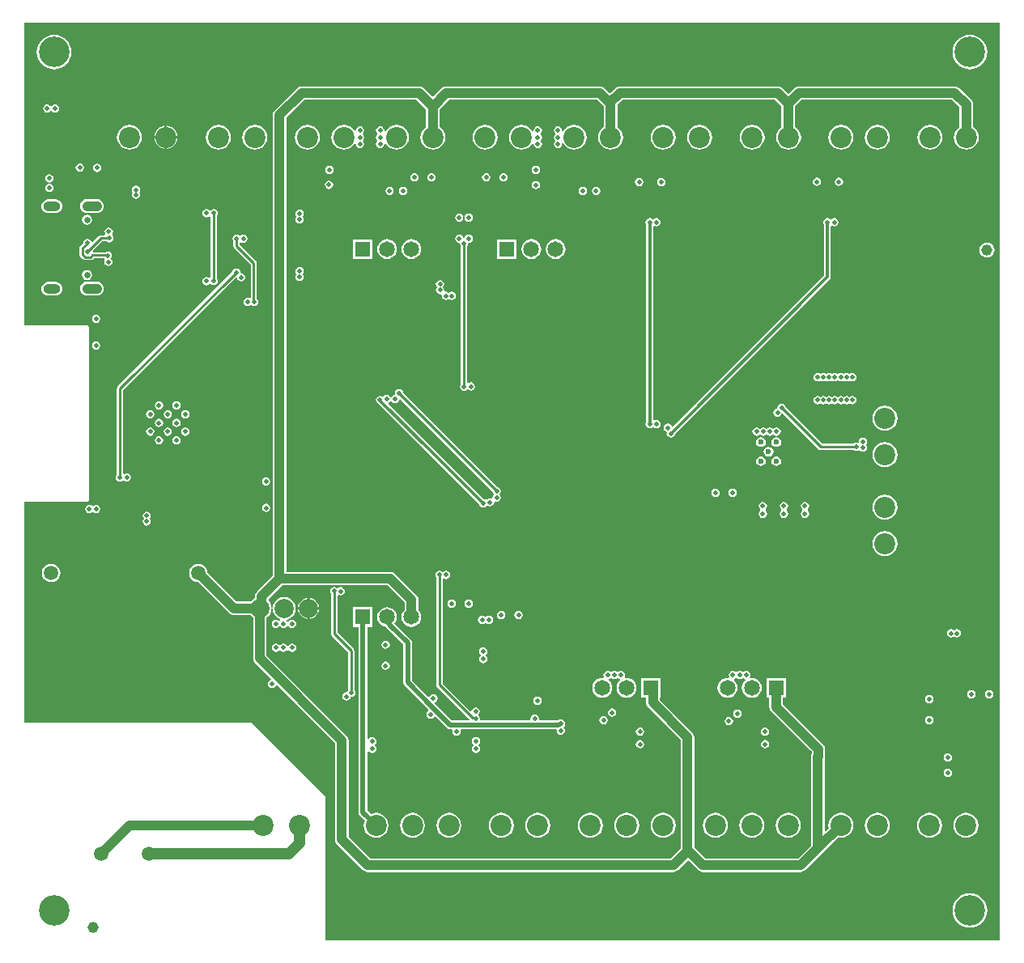
<source format=gbr>
%TF.GenerationSoftware,Altium Limited,Altium Designer,21.9.2 (33)*%
G04 Layer_Physical_Order=4*
G04 Layer_Color=16711680*
%FSLAX45Y45*%
%MOMM*%
%TF.SameCoordinates,9F934031-F859-43C4-9D29-15814C5376A4*%
%TF.FilePolarity,Positive*%
%TF.FileFunction,Copper,L4,Bot,Signal*%
%TF.Part,Single*%
G01*
G75*
%TA.AperFunction,Conductor*%
%ADD37C,0.25400*%
%ADD38C,0.50000*%
%ADD39C,0.29979*%
%ADD40C,1.00000*%
%ADD43C,0.25000*%
%TA.AperFunction,WasherPad*%
%ADD45C,1.15200*%
%TA.AperFunction,ComponentPad*%
%ADD46R,1.65000X1.65000*%
%ADD47C,1.65000*%
%ADD48C,2.20000*%
%ADD49C,0.65000*%
%ADD50O,2.10000X1.05000*%
%ADD51O,1.80000X1.00000*%
%ADD52C,2.00000*%
%ADD53C,1.50000*%
%TA.AperFunction,WasherPad*%
%ADD54C,3.20000*%
%TA.AperFunction,ViaPad*%
%ADD55C,0.46000*%
%ADD56C,0.60000*%
%TA.AperFunction,Conductor*%
%ADD57C,1.20000*%
G36*
X1722000Y-5769000D02*
X-5328045D01*
Y-4266744D01*
X-6098045Y-3496744D01*
X-8478000D01*
Y-1184293D01*
X-8472013Y-1179379D01*
X-7822013D01*
X-7814209Y-1177827D01*
X-7807593Y-1173407D01*
X-7803173Y-1166791D01*
X-7801621Y-1158987D01*
Y641013D01*
X-7803173Y648816D01*
X-7807593Y655432D01*
X-7814209Y659852D01*
X-7822013Y661405D01*
X-8472013D01*
X-8478000Y666319D01*
Y3831000D01*
X1722000D01*
Y-5769000D01*
D02*
G37*
%LPC*%
G36*
X1412000Y3701871D02*
X1376714Y3698396D01*
X1342783Y3688103D01*
X1311513Y3671389D01*
X1284105Y3648895D01*
X1261611Y3621487D01*
X1244897Y3590217D01*
X1234604Y3556287D01*
X1231129Y3521000D01*
X1234604Y3485714D01*
X1244897Y3451784D01*
X1261611Y3420514D01*
X1284105Y3393105D01*
X1311513Y3370612D01*
X1342783Y3353898D01*
X1376714Y3343605D01*
X1412000Y3340129D01*
X1447286Y3343605D01*
X1481216Y3353898D01*
X1512486Y3370612D01*
X1539895Y3393105D01*
X1562388Y3420514D01*
X1579103Y3451784D01*
X1589395Y3485714D01*
X1592871Y3521000D01*
X1589395Y3556287D01*
X1579103Y3590217D01*
X1562388Y3621487D01*
X1539895Y3648895D01*
X1512486Y3671389D01*
X1481216Y3688103D01*
X1447286Y3698396D01*
X1412000Y3701871D01*
D02*
G37*
G36*
X-8168000D02*
X-8203286Y3698396D01*
X-8237216Y3688103D01*
X-8268487Y3671389D01*
X-8295895Y3648895D01*
X-8318389Y3621487D01*
X-8335103Y3590217D01*
X-8345396Y3556287D01*
X-8348871Y3521000D01*
X-8345396Y3485714D01*
X-8335103Y3451784D01*
X-8318389Y3420514D01*
X-8295895Y3393105D01*
X-8268487Y3370612D01*
X-8237216Y3353898D01*
X-8203286Y3343605D01*
X-8168000Y3340129D01*
X-8132714Y3343605D01*
X-8098784Y3353898D01*
X-8067514Y3370612D01*
X-8040105Y3393105D01*
X-8017612Y3420514D01*
X-8000897Y3451784D01*
X-7990605Y3485714D01*
X-7987129Y3521000D01*
X-7990605Y3556287D01*
X-8000897Y3590217D01*
X-8017612Y3621487D01*
X-8040105Y3648895D01*
X-8067514Y3671389D01*
X-8098784Y3688103D01*
X-8132714Y3698396D01*
X-8168000Y3701871D01*
D02*
G37*
G36*
X1251955Y3163860D02*
X-378045D01*
X-396318Y3161454D01*
X-413347Y3154400D01*
X-427969Y3143180D01*
X-488045Y3083105D01*
X-548120Y3143180D01*
X-562743Y3154400D01*
X-579771Y3161454D01*
X-598045Y3163860D01*
X-2248045D01*
X-2266319Y3161454D01*
X-2283347Y3154400D01*
X-2297969Y3143180D01*
X-2353045Y3088105D01*
X-2408120Y3143180D01*
X-2422743Y3154400D01*
X-2439771Y3161454D01*
X-2458045Y3163860D01*
X-4065956D01*
X-4084229Y3161454D01*
X-4101257Y3154400D01*
X-4115880Y3143180D01*
X-4207000Y3052060D01*
X-4298120Y3143180D01*
X-4312743Y3154400D01*
X-4329771Y3161454D01*
X-4348045Y3163860D01*
X-5578045D01*
X-5596318Y3161454D01*
X-5613347Y3154400D01*
X-5627969Y3143180D01*
X-5857969Y2913180D01*
X-5869189Y2898558D01*
X-5876243Y2881529D01*
X-5878649Y2863256D01*
Y-1957499D01*
X-6044791Y-2123641D01*
X-6056011Y-2138264D01*
X-6063064Y-2155292D01*
X-6065470Y-2173566D01*
Y-2190432D01*
X-6074518Y-2194180D01*
X-6099585Y-2213415D01*
X-6111081Y-2228396D01*
X-6258755D01*
X-6562792Y-1924360D01*
X-6565446Y-1904200D01*
X-6575018Y-1881090D01*
X-6590246Y-1861245D01*
X-6610091Y-1846018D01*
X-6633201Y-1836445D01*
X-6658000Y-1833180D01*
X-6682800Y-1836445D01*
X-6705910Y-1846018D01*
X-6725755Y-1861245D01*
X-6740982Y-1881090D01*
X-6750555Y-1904200D01*
X-6753820Y-1929000D01*
X-6750555Y-1953800D01*
X-6740982Y-1976910D01*
X-6725755Y-1996754D01*
X-6705910Y-2011982D01*
X-6682800Y-2021555D01*
X-6662641Y-2024209D01*
X-6337925Y-2348924D01*
X-6323302Y-2360145D01*
X-6306274Y-2367198D01*
X-6288000Y-2369604D01*
X-6111081D01*
X-6099585Y-2384585D01*
X-6084604Y-2396081D01*
Y-2820789D01*
X-6082198Y-2839063D01*
X-6075145Y-2856091D01*
X-6063925Y-2870714D01*
X-5897926Y-3036712D01*
X-5901613Y-3048865D01*
X-5904778Y-3049495D01*
X-5919001Y-3058998D01*
X-5928505Y-3073222D01*
X-5931843Y-3090000D01*
X-5928505Y-3106777D01*
X-5919001Y-3121001D01*
X-5904778Y-3130505D01*
X-5888000Y-3133842D01*
X-5871222Y-3130505D01*
X-5856999Y-3121001D01*
X-5847495Y-3106777D01*
X-5846866Y-3103613D01*
X-5834712Y-3099926D01*
X-5228649Y-3705990D01*
Y-4716744D01*
X-5226243Y-4735018D01*
X-5219189Y-4752046D01*
X-5207969Y-4766669D01*
X-4937969Y-5036669D01*
X-4923347Y-5047889D01*
X-4906318Y-5054942D01*
X-4888045Y-5057348D01*
X-1690000D01*
X-1671726Y-5054942D01*
X-1654698Y-5047889D01*
X-1640075Y-5036669D01*
X-1535000Y-4931593D01*
X-1429924Y-5036669D01*
X-1415302Y-5047889D01*
X-1398274Y-5054942D01*
X-1380000Y-5057348D01*
X-357247D01*
X-338974Y-5054942D01*
X-321946Y-5047889D01*
X-307323Y-5036669D01*
X-130327Y-4859673D01*
X32862Y-4696484D01*
X60497Y-4700122D01*
X94434Y-4695654D01*
X126058Y-4682555D01*
X153214Y-4661717D01*
X174052Y-4634561D01*
X187151Y-4602937D01*
X191619Y-4569000D01*
X187151Y-4535063D01*
X174052Y-4503439D01*
X153214Y-4476283D01*
X126058Y-4455445D01*
X94434Y-4442346D01*
X60497Y-4437878D01*
X26560Y-4442346D01*
X-5064Y-4455445D01*
X-32220Y-4476283D01*
X-53058Y-4503439D01*
X-66157Y-4535063D01*
X-70625Y-4569000D01*
X-66987Y-4596635D01*
X-97914Y-4627562D01*
X-109648Y-4622702D01*
Y-3871817D01*
X-107102Y-3865671D01*
X-104696Y-3847397D01*
Y-3770602D01*
X-107102Y-3752329D01*
X-114155Y-3735300D01*
X-125375Y-3720678D01*
X-545396Y-3300657D01*
Y-3232500D01*
X-513500D01*
Y-3027500D01*
X-718500D01*
Y-3232500D01*
X-686604D01*
Y-3329902D01*
X-684198Y-3348176D01*
X-677145Y-3365204D01*
X-665924Y-3379827D01*
X-245904Y-3799847D01*
Y-3827929D01*
X-248450Y-3834075D01*
X-250855Y-3852349D01*
Y-4780504D01*
X-386492Y-4916141D01*
X-1350755D01*
X-1472652Y-4794244D01*
Y-3646745D01*
X-1475058Y-3628471D01*
X-1482111Y-3611443D01*
X-1493331Y-3596820D01*
X-1833830Y-3256321D01*
Y-3232500D01*
X-1823500D01*
Y-3027500D01*
X-2028500D01*
Y-3232500D01*
X-1975038D01*
Y-3285566D01*
X-1972632Y-3303839D01*
X-1965579Y-3320868D01*
X-1954359Y-3335490D01*
X-1613859Y-3675990D01*
Y-4810755D01*
X-1719245Y-4916141D01*
X-4858800D01*
X-5087441Y-4687499D01*
Y-3676744D01*
X-5089847Y-3658471D01*
X-5096900Y-3641443D01*
X-5108120Y-3626820D01*
X-5943396Y-2791544D01*
Y-2396081D01*
X-5928415Y-2384585D01*
X-5909180Y-2359518D01*
X-5897089Y-2330326D01*
X-5894155Y-2308044D01*
X-5893405Y-2302345D01*
X-5880596D01*
X-5879845Y-2308044D01*
X-5876912Y-2330326D01*
X-5864820Y-2359518D01*
X-5845585Y-2384585D01*
X-5820518Y-2403820D01*
X-5802105Y-2411447D01*
X-5799679Y-2424845D01*
X-5803223Y-2428759D01*
X-5816999Y-2428998D01*
X-5831222Y-2419495D01*
X-5848000Y-2416157D01*
X-5864778Y-2419495D01*
X-5879001Y-2428998D01*
X-5888505Y-2443222D01*
X-5891842Y-2460000D01*
X-5888505Y-2476777D01*
X-5879001Y-2491001D01*
X-5864778Y-2500505D01*
X-5848000Y-2503842D01*
X-5831222Y-2500505D01*
X-5816999Y-2491001D01*
X-5814350Y-2487037D01*
X-5801650D01*
X-5799001Y-2491001D01*
X-5784778Y-2500505D01*
X-5768000Y-2503842D01*
X-5751222Y-2500505D01*
X-5736999Y-2491001D01*
X-5730056Y-2480610D01*
X-5728840Y-2480207D01*
X-5717160D01*
X-5715944Y-2480610D01*
X-5709001Y-2491001D01*
X-5694778Y-2500505D01*
X-5678000Y-2503842D01*
X-5661222Y-2500505D01*
X-5646999Y-2491001D01*
X-5637495Y-2476777D01*
X-5634158Y-2460000D01*
X-5637495Y-2443222D01*
X-5646999Y-2428998D01*
X-5661222Y-2419495D01*
X-5678000Y-2416157D01*
X-5694778Y-2419495D01*
X-5709001Y-2428998D01*
X-5715944Y-2439389D01*
X-5717160Y-2439793D01*
X-5728840D01*
X-5730056Y-2439389D01*
X-5736496Y-2429751D01*
X-5735744Y-2425168D01*
X-5732894Y-2416467D01*
X-5728674Y-2415911D01*
X-5699482Y-2403820D01*
X-5674415Y-2384585D01*
X-5655180Y-2359518D01*
X-5643089Y-2330326D01*
X-5638965Y-2299000D01*
X-5643089Y-2267674D01*
X-5655180Y-2238482D01*
X-5674415Y-2213415D01*
X-5699482Y-2194180D01*
X-5728674Y-2182089D01*
X-5760000Y-2177964D01*
X-5791326Y-2182089D01*
X-5820518Y-2194180D01*
X-5845585Y-2213415D01*
X-5864820Y-2238482D01*
X-5876912Y-2267674D01*
X-5879845Y-2289956D01*
X-5880596Y-2295655D01*
X-5893405D01*
X-5894155Y-2289956D01*
X-5897089Y-2267674D01*
X-5909180Y-2238482D01*
X-5924262Y-2218827D01*
Y-2202811D01*
X-5778800Y-2057348D01*
X-4677290D01*
X-4498649Y-2235989D01*
Y-2312477D01*
X-4503104Y-2315896D01*
X-4519534Y-2337308D01*
X-4529862Y-2362242D01*
X-4533385Y-2389000D01*
X-4529862Y-2415758D01*
X-4519534Y-2440692D01*
X-4503104Y-2462104D01*
X-4481692Y-2478534D01*
X-4456758Y-2488862D01*
X-4430000Y-2492384D01*
X-4403242Y-2488862D01*
X-4378308Y-2478534D01*
X-4356897Y-2462104D01*
X-4340467Y-2440692D01*
X-4330139Y-2415758D01*
X-4326616Y-2389000D01*
X-4330139Y-2362242D01*
X-4340467Y-2337308D01*
X-4356897Y-2315896D01*
X-4357441Y-2315479D01*
Y-2206744D01*
X-4359847Y-2188471D01*
X-4366900Y-2171442D01*
X-4378120Y-2156820D01*
X-4598120Y-1936820D01*
X-4612743Y-1925600D01*
X-4629771Y-1918546D01*
X-4648045Y-1916140D01*
X-5737441D01*
Y2834011D01*
X-5548800Y3022652D01*
X-4377290D01*
X-4277604Y2922966D01*
Y2740685D01*
X-4299717Y2723717D01*
X-4320555Y2696561D01*
X-4333654Y2664937D01*
X-4338122Y2631000D01*
X-4333654Y2597064D01*
X-4320555Y2565440D01*
X-4299717Y2538283D01*
X-4272561Y2517446D01*
X-4240937Y2504347D01*
X-4207000Y2499879D01*
X-4173064Y2504347D01*
X-4141440Y2517446D01*
X-4114283Y2538283D01*
X-4093445Y2565440D01*
X-4080346Y2597064D01*
X-4075879Y2631000D01*
X-4080346Y2664937D01*
X-4093445Y2696561D01*
X-4114283Y2723717D01*
X-4136396Y2740685D01*
Y2922966D01*
X-4036710Y3022652D01*
X-2487290D01*
X-2416604Y2951966D01*
Y2740685D01*
X-2438717Y2723717D01*
X-2459555Y2696561D01*
X-2472654Y2664937D01*
X-2477122Y2631000D01*
X-2472654Y2597064D01*
X-2459555Y2565440D01*
X-2438717Y2538283D01*
X-2411561Y2517446D01*
X-2379937Y2504347D01*
X-2346000Y2499879D01*
X-2312063Y2504347D01*
X-2280439Y2517446D01*
X-2253283Y2538283D01*
X-2232445Y2565440D01*
X-2219346Y2597064D01*
X-2214878Y2631000D01*
X-2219346Y2664937D01*
X-2232445Y2696561D01*
X-2253283Y2723717D01*
X-2275396Y2740685D01*
Y2966056D01*
X-2218800Y3022652D01*
X-627290D01*
X-558649Y2954011D01*
Y2739117D01*
X-578717Y2723717D01*
X-599555Y2696561D01*
X-612654Y2664937D01*
X-617122Y2631000D01*
X-612654Y2597064D01*
X-599555Y2565440D01*
X-578717Y2538283D01*
X-551561Y2517446D01*
X-519937Y2504347D01*
X-486000Y2499879D01*
X-452063Y2504347D01*
X-420439Y2517446D01*
X-393283Y2538283D01*
X-372445Y2565440D01*
X-359346Y2597064D01*
X-354878Y2631000D01*
X-359346Y2664937D01*
X-372445Y2696561D01*
X-393283Y2723717D01*
X-417441Y2742254D01*
Y2954011D01*
X-348800Y3022652D01*
X1222710D01*
X1303396Y2941966D01*
Y2740685D01*
X1281283Y2723717D01*
X1260445Y2696561D01*
X1247346Y2664937D01*
X1242878Y2631000D01*
X1247346Y2597064D01*
X1260445Y2565440D01*
X1281283Y2538283D01*
X1308439Y2517446D01*
X1340063Y2504347D01*
X1374000Y2499879D01*
X1407936Y2504347D01*
X1439561Y2517446D01*
X1466717Y2538283D01*
X1487555Y2565440D01*
X1500654Y2597064D01*
X1505121Y2631000D01*
X1500654Y2664937D01*
X1487555Y2696561D01*
X1466717Y2723717D01*
X1444604Y2740685D01*
Y2971211D01*
X1442198Y2989484D01*
X1435144Y3006513D01*
X1423924Y3021135D01*
X1301880Y3143180D01*
X1287257Y3154400D01*
X1270229Y3161454D01*
X1251955Y3163860D01*
D02*
G37*
G36*
X-8158000Y2973843D02*
X-8174778Y2970505D01*
X-8189001Y2961001D01*
X-8191650Y2957038D01*
X-8204350D01*
X-8206999Y2961001D01*
X-8221222Y2970505D01*
X-8238000Y2973843D01*
X-8254778Y2970505D01*
X-8269001Y2961001D01*
X-8278505Y2946778D01*
X-8281842Y2930000D01*
X-8278505Y2913223D01*
X-8269001Y2898999D01*
X-8254778Y2889495D01*
X-8238000Y2886158D01*
X-8221222Y2889495D01*
X-8206999Y2898999D01*
X-8204350Y2902963D01*
X-8191650D01*
X-8189001Y2898999D01*
X-8174778Y2889495D01*
X-8158000Y2886158D01*
X-8141222Y2889495D01*
X-8126999Y2898999D01*
X-8117495Y2913223D01*
X-8114158Y2930000D01*
X-8117495Y2946778D01*
X-8126999Y2961001D01*
X-8141222Y2970505D01*
X-8158000Y2973843D01*
D02*
G37*
G36*
X-4588000Y2762122D02*
X-4621937Y2757654D01*
X-4653561Y2744555D01*
X-4680717Y2723717D01*
X-4701555Y2696561D01*
X-4711586Y2700414D01*
X-4713212Y2701498D01*
X-4716450Y2717778D01*
X-4725954Y2732002D01*
X-4740178Y2741506D01*
X-4756955Y2744843D01*
X-4773733Y2741506D01*
X-4787957Y2732002D01*
X-4797461Y2717778D01*
X-4800798Y2701000D01*
X-4797461Y2684223D01*
X-4787957Y2669999D01*
Y2662001D01*
X-4797461Y2647778D01*
X-4800798Y2631000D01*
X-4797461Y2614223D01*
X-4787957Y2599999D01*
Y2592001D01*
X-4797461Y2577778D01*
X-4800798Y2561000D01*
X-4797461Y2544222D01*
X-4787957Y2529999D01*
X-4773733Y2520495D01*
X-4756955Y2517158D01*
X-4740178Y2520495D01*
X-4725954Y2529999D01*
X-4716450Y2544222D01*
X-4713212Y2560503D01*
X-4711586Y2561586D01*
X-4701555Y2565439D01*
X-4680717Y2538283D01*
X-4653561Y2517446D01*
X-4621937Y2504347D01*
X-4588000Y2499879D01*
X-4554064Y2504347D01*
X-4522440Y2517446D01*
X-4495283Y2538283D01*
X-4474445Y2565440D01*
X-4461346Y2597064D01*
X-4456879Y2631000D01*
X-4461346Y2664937D01*
X-4474445Y2696561D01*
X-4495283Y2723717D01*
X-4522440Y2744555D01*
X-4554064Y2757654D01*
X-4588000Y2762122D01*
D02*
G37*
G36*
X-2727000D02*
X-2760937Y2757654D01*
X-2792561Y2744555D01*
X-2819717Y2723717D01*
X-2840555Y2696561D01*
X-2841502Y2694275D01*
X-2853714Y2697979D01*
X-2853113Y2701000D01*
X-2856450Y2717778D01*
X-2865954Y2732002D01*
X-2880178Y2741506D01*
X-2896955Y2744843D01*
X-2913733Y2741506D01*
X-2927957Y2732002D01*
X-2937460Y2717778D01*
X-2940798Y2701000D01*
X-2937460Y2684223D01*
X-2927957Y2669999D01*
Y2662001D01*
X-2937460Y2647778D01*
X-2940798Y2631000D01*
X-2937460Y2614223D01*
X-2927957Y2599999D01*
Y2592001D01*
X-2937460Y2577778D01*
X-2940798Y2561000D01*
X-2937460Y2544222D01*
X-2927957Y2529999D01*
X-2913733Y2520495D01*
X-2896955Y2517158D01*
X-2880178Y2520495D01*
X-2865954Y2529999D01*
X-2856450Y2544222D01*
X-2853113Y2561000D01*
X-2853714Y2564022D01*
X-2841502Y2567726D01*
X-2840555Y2565440D01*
X-2819717Y2538283D01*
X-2792561Y2517446D01*
X-2760937Y2504347D01*
X-2727000Y2499879D01*
X-2693063Y2504347D01*
X-2661439Y2517446D01*
X-2634283Y2538283D01*
X-2613445Y2565440D01*
X-2600346Y2597064D01*
X-2595878Y2631000D01*
X-2600346Y2664937D01*
X-2613445Y2696561D01*
X-2634283Y2723717D01*
X-2661439Y2744555D01*
X-2693063Y2757654D01*
X-2727000Y2762122D01*
D02*
G37*
G36*
X-6985300Y2750364D02*
Y2643701D01*
X-6878637D01*
X-6881089Y2662327D01*
X-6893180Y2691518D01*
X-6912415Y2716585D01*
X-6937482Y2735820D01*
X-6966674Y2747912D01*
X-6985300Y2750364D01*
D02*
G37*
G36*
X-7010700D02*
X-7029327Y2747912D01*
X-7058518Y2735820D01*
X-7083585Y2716585D01*
X-7102820Y2691518D01*
X-7114912Y2662327D01*
X-7117364Y2643701D01*
X-7010700D01*
Y2750364D01*
D02*
G37*
G36*
X-3277000Y2762122D02*
X-3310937Y2757654D01*
X-3342561Y2744555D01*
X-3369717Y2723717D01*
X-3390555Y2696561D01*
X-3403654Y2664937D01*
X-3408122Y2631000D01*
X-3403654Y2597064D01*
X-3390555Y2565440D01*
X-3369717Y2538283D01*
X-3342561Y2517446D01*
X-3310937Y2504347D01*
X-3277000Y2499879D01*
X-3243063Y2504347D01*
X-3211439Y2517446D01*
X-3184283Y2538283D01*
X-3163445Y2565439D01*
X-3153414Y2561586D01*
X-3151788Y2560503D01*
X-3148550Y2544222D01*
X-3139046Y2529999D01*
X-3124823Y2520495D01*
X-3108045Y2517158D01*
X-3091267Y2520495D01*
X-3077044Y2529999D01*
X-3067540Y2544222D01*
X-3064202Y2561000D01*
X-3067540Y2577778D01*
X-3073682Y2586971D01*
X-3076012Y2596000D01*
X-3073682Y2605030D01*
X-3067540Y2614223D01*
X-3064202Y2631000D01*
X-3067540Y2647778D01*
X-3077044Y2662001D01*
Y2669999D01*
X-3067540Y2684223D01*
X-3064202Y2701000D01*
X-3067540Y2717778D01*
X-3077044Y2732002D01*
X-3091267Y2741506D01*
X-3108045Y2744843D01*
X-3124823Y2741506D01*
X-3139046Y2732002D01*
X-3148550Y2717778D01*
X-3151788Y2701498D01*
X-3153414Y2700414D01*
X-3163445Y2696561D01*
X-3184283Y2723717D01*
X-3211439Y2744555D01*
X-3243063Y2757654D01*
X-3277000Y2762122D01*
D02*
G37*
G36*
X-5137000D02*
X-5170937Y2757654D01*
X-5202561Y2744555D01*
X-5229717Y2723717D01*
X-5250555Y2696561D01*
X-5263654Y2664937D01*
X-5268122Y2631000D01*
X-5263654Y2597064D01*
X-5250555Y2565440D01*
X-5229717Y2538283D01*
X-5202561Y2517446D01*
X-5170937Y2504347D01*
X-5137000Y2499879D01*
X-5103063Y2504347D01*
X-5071439Y2517446D01*
X-5044283Y2538283D01*
X-5023445Y2565439D01*
X-5013414Y2561586D01*
X-5011789Y2560503D01*
X-5008550Y2544222D01*
X-4999046Y2529999D01*
X-4984823Y2520495D01*
X-4968045Y2517158D01*
X-4951267Y2520495D01*
X-4937044Y2529999D01*
X-4927540Y2544222D01*
X-4924202Y2561000D01*
X-4927540Y2577778D01*
X-4933682Y2586971D01*
X-4936012Y2596000D01*
X-4933682Y2605030D01*
X-4927540Y2614223D01*
X-4924202Y2631000D01*
X-4927540Y2647778D01*
X-4933682Y2656971D01*
X-4936012Y2666001D01*
X-4933682Y2675030D01*
X-4927540Y2684223D01*
X-4924202Y2701000D01*
X-4927540Y2717778D01*
X-4937044Y2732002D01*
X-4951267Y2741506D01*
X-4968045Y2744843D01*
X-4984823Y2741506D01*
X-4999046Y2732002D01*
X-5008550Y2717778D01*
X-5011789Y2701498D01*
X-5013414Y2700414D01*
X-5023445Y2696561D01*
X-5044283Y2723717D01*
X-5071439Y2744555D01*
X-5103063Y2757654D01*
X-5137000Y2762122D01*
D02*
G37*
G36*
X-6878636Y2618301D02*
X-6985300D01*
Y2511637D01*
X-6966674Y2514089D01*
X-6937482Y2526180D01*
X-6912415Y2545415D01*
X-6893180Y2570483D01*
X-6881089Y2599674D01*
X-6878636Y2618301D01*
D02*
G37*
G36*
X-7010700D02*
X-7117364D01*
X-7114912Y2599674D01*
X-7102820Y2570483D01*
X-7083585Y2545415D01*
X-7058518Y2526180D01*
X-7029327Y2514089D01*
X-7010700Y2511637D01*
Y2618301D01*
D02*
G37*
G36*
X993000Y2762122D02*
X959063Y2757654D01*
X927439Y2744555D01*
X900283Y2723717D01*
X879445Y2696561D01*
X866346Y2664937D01*
X861878Y2631000D01*
X866346Y2597064D01*
X879445Y2565440D01*
X900283Y2538283D01*
X927439Y2517446D01*
X959063Y2504347D01*
X993000Y2499879D01*
X1026936Y2504347D01*
X1058561Y2517446D01*
X1085717Y2538283D01*
X1106555Y2565440D01*
X1119654Y2597064D01*
X1124121Y2631000D01*
X1119654Y2664937D01*
X1106555Y2696561D01*
X1085717Y2723717D01*
X1058561Y2744555D01*
X1026936Y2757654D01*
X993000Y2762122D01*
D02*
G37*
G36*
X444000D02*
X410063Y2757654D01*
X378439Y2744555D01*
X351283Y2723717D01*
X330445Y2696561D01*
X317346Y2664937D01*
X312878Y2631000D01*
X317346Y2597064D01*
X330445Y2565440D01*
X351283Y2538283D01*
X378439Y2517446D01*
X410063Y2504347D01*
X444000Y2499879D01*
X477937Y2504347D01*
X509561Y2517446D01*
X536717Y2538283D01*
X557555Y2565440D01*
X570654Y2597064D01*
X575122Y2631000D01*
X570654Y2664937D01*
X557555Y2696561D01*
X536717Y2723717D01*
X509561Y2744555D01*
X477937Y2757654D01*
X444000Y2762122D01*
D02*
G37*
G36*
X63000D02*
X29063Y2757654D01*
X-2561Y2744555D01*
X-29717Y2723717D01*
X-50555Y2696561D01*
X-63654Y2664937D01*
X-68122Y2631000D01*
X-63654Y2597064D01*
X-50555Y2565440D01*
X-29717Y2538283D01*
X-2561Y2517446D01*
X29063Y2504347D01*
X63000Y2499879D01*
X96937Y2504347D01*
X128561Y2517446D01*
X155717Y2538283D01*
X176555Y2565440D01*
X189654Y2597064D01*
X194122Y2631000D01*
X189654Y2664937D01*
X176555Y2696561D01*
X155717Y2723717D01*
X128561Y2744555D01*
X96937Y2757654D01*
X63000Y2762122D01*
D02*
G37*
G36*
X-867000D02*
X-900937Y2757654D01*
X-932561Y2744555D01*
X-959717Y2723717D01*
X-980555Y2696561D01*
X-993654Y2664937D01*
X-998122Y2631000D01*
X-993654Y2597064D01*
X-980555Y2565440D01*
X-959717Y2538283D01*
X-932561Y2517446D01*
X-900937Y2504347D01*
X-867000Y2499879D01*
X-833063Y2504347D01*
X-801439Y2517446D01*
X-774283Y2538283D01*
X-753445Y2565440D01*
X-740346Y2597064D01*
X-735878Y2631000D01*
X-740346Y2664937D01*
X-753445Y2696561D01*
X-774283Y2723717D01*
X-801439Y2744555D01*
X-833063Y2757654D01*
X-867000Y2762122D01*
D02*
G37*
G36*
X-1416000D02*
X-1449937Y2757654D01*
X-1481561Y2744555D01*
X-1508717Y2723717D01*
X-1529555Y2696561D01*
X-1542654Y2664937D01*
X-1547122Y2631000D01*
X-1542654Y2597064D01*
X-1529555Y2565440D01*
X-1508717Y2538283D01*
X-1481561Y2517446D01*
X-1449937Y2504347D01*
X-1416000Y2499879D01*
X-1382064Y2504347D01*
X-1350439Y2517446D01*
X-1323283Y2538283D01*
X-1302445Y2565440D01*
X-1289346Y2597064D01*
X-1284879Y2631000D01*
X-1289346Y2664937D01*
X-1302445Y2696561D01*
X-1323283Y2723717D01*
X-1350439Y2744555D01*
X-1382064Y2757654D01*
X-1416000Y2762122D01*
D02*
G37*
G36*
X-1797000D02*
X-1830937Y2757654D01*
X-1862561Y2744555D01*
X-1889717Y2723717D01*
X-1910555Y2696561D01*
X-1923654Y2664937D01*
X-1928122Y2631000D01*
X-1923654Y2597064D01*
X-1910555Y2565440D01*
X-1889717Y2538283D01*
X-1862561Y2517446D01*
X-1830937Y2504347D01*
X-1797000Y2499879D01*
X-1763064Y2504347D01*
X-1731439Y2517446D01*
X-1704283Y2538283D01*
X-1683445Y2565440D01*
X-1670346Y2597064D01*
X-1665879Y2631000D01*
X-1670346Y2664937D01*
X-1683445Y2696561D01*
X-1704283Y2723717D01*
X-1731439Y2744555D01*
X-1763064Y2757654D01*
X-1797000Y2762122D01*
D02*
G37*
G36*
X-3658000D02*
X-3691937Y2757654D01*
X-3723561Y2744555D01*
X-3750717Y2723717D01*
X-3771555Y2696561D01*
X-3784654Y2664937D01*
X-3789122Y2631000D01*
X-3784654Y2597064D01*
X-3771555Y2565440D01*
X-3750717Y2538283D01*
X-3723561Y2517446D01*
X-3691937Y2504347D01*
X-3658000Y2499879D01*
X-3624063Y2504347D01*
X-3592439Y2517446D01*
X-3565283Y2538283D01*
X-3544445Y2565440D01*
X-3531346Y2597064D01*
X-3526878Y2631000D01*
X-3531346Y2664937D01*
X-3544445Y2696561D01*
X-3565283Y2723717D01*
X-3592439Y2744555D01*
X-3624063Y2757654D01*
X-3658000Y2762122D01*
D02*
G37*
G36*
X-5518000D02*
X-5551937Y2757654D01*
X-5583561Y2744555D01*
X-5610717Y2723717D01*
X-5631555Y2696561D01*
X-5644654Y2664937D01*
X-5649122Y2631000D01*
X-5644654Y2597064D01*
X-5631555Y2565440D01*
X-5610717Y2538283D01*
X-5583561Y2517446D01*
X-5551937Y2504347D01*
X-5518000Y2499879D01*
X-5484063Y2504347D01*
X-5452439Y2517446D01*
X-5425283Y2538283D01*
X-5404445Y2565440D01*
X-5391346Y2597064D01*
X-5386878Y2631000D01*
X-5391346Y2664937D01*
X-5404445Y2696561D01*
X-5425283Y2723717D01*
X-5452439Y2744555D01*
X-5484063Y2757654D01*
X-5518000Y2762122D01*
D02*
G37*
G36*
X-6068000D02*
X-6101937Y2757654D01*
X-6133561Y2744555D01*
X-6160717Y2723717D01*
X-6181555Y2696561D01*
X-6194654Y2664937D01*
X-6199122Y2631000D01*
X-6194654Y2597064D01*
X-6181555Y2565440D01*
X-6160717Y2538283D01*
X-6133561Y2517446D01*
X-6101937Y2504347D01*
X-6068000Y2499879D01*
X-6034063Y2504347D01*
X-6002439Y2517446D01*
X-5975283Y2538283D01*
X-5954445Y2565440D01*
X-5941346Y2597064D01*
X-5936878Y2631000D01*
X-5941346Y2664937D01*
X-5954445Y2696561D01*
X-5975283Y2723717D01*
X-6002439Y2744555D01*
X-6034063Y2757654D01*
X-6068000Y2762122D01*
D02*
G37*
G36*
X-6449000D02*
X-6482937Y2757654D01*
X-6514561Y2744555D01*
X-6541717Y2723717D01*
X-6562555Y2696561D01*
X-6575654Y2664937D01*
X-6580122Y2631000D01*
X-6575654Y2597064D01*
X-6562555Y2565440D01*
X-6541717Y2538283D01*
X-6514561Y2517446D01*
X-6482937Y2504347D01*
X-6449000Y2499879D01*
X-6415063Y2504347D01*
X-6383439Y2517446D01*
X-6356283Y2538283D01*
X-6335445Y2565440D01*
X-6322346Y2597064D01*
X-6317878Y2631000D01*
X-6322346Y2664937D01*
X-6335445Y2696561D01*
X-6356283Y2723717D01*
X-6383439Y2744555D01*
X-6415063Y2757654D01*
X-6449000Y2762122D01*
D02*
G37*
G36*
X-7379000D02*
X-7412937Y2757654D01*
X-7444561Y2744555D01*
X-7471717Y2723717D01*
X-7492555Y2696561D01*
X-7505654Y2664937D01*
X-7510122Y2631000D01*
X-7505654Y2597064D01*
X-7492555Y2565440D01*
X-7471717Y2538283D01*
X-7444561Y2517446D01*
X-7412937Y2504347D01*
X-7379000Y2499879D01*
X-7345064Y2504347D01*
X-7313439Y2517446D01*
X-7286283Y2538283D01*
X-7265445Y2565440D01*
X-7252346Y2597064D01*
X-7247879Y2631000D01*
X-7252346Y2664937D01*
X-7265445Y2696561D01*
X-7286283Y2723717D01*
X-7313439Y2744555D01*
X-7345064Y2757654D01*
X-7379000Y2762122D01*
D02*
G37*
G36*
X-7898001Y2355842D02*
X-7914778Y2352505D01*
X-7929002Y2343001D01*
X-7938506Y2328778D01*
X-7941843Y2312000D01*
X-7938506Y2295222D01*
X-7929002Y2280999D01*
X-7914778Y2271495D01*
X-7898001Y2268158D01*
X-7881223Y2271495D01*
X-7867000Y2280999D01*
X-7857496Y2295222D01*
X-7854158Y2312000D01*
X-7857496Y2328778D01*
X-7867000Y2343001D01*
X-7881223Y2352505D01*
X-7898001Y2355842D01*
D02*
G37*
G36*
X-7718000Y2353843D02*
X-7734778Y2350506D01*
X-7749001Y2341002D01*
X-7758505Y2326778D01*
X-7761842Y2310000D01*
X-7758505Y2293223D01*
X-7749001Y2278999D01*
X-7734778Y2269495D01*
X-7718000Y2266158D01*
X-7701222Y2269495D01*
X-7686999Y2278999D01*
X-7677495Y2293223D01*
X-7674158Y2310000D01*
X-7677495Y2326778D01*
X-7686999Y2341002D01*
X-7701222Y2350506D01*
X-7718000Y2353843D01*
D02*
G37*
G36*
X-3128000Y2333843D02*
X-3144778Y2330505D01*
X-3159001Y2321001D01*
X-3168505Y2306778D01*
X-3171843Y2290000D01*
X-3168505Y2273223D01*
X-3159001Y2258999D01*
X-3144778Y2249495D01*
X-3128000Y2246158D01*
X-3111222Y2249495D01*
X-3096999Y2258999D01*
X-3087495Y2273223D01*
X-3084158Y2290000D01*
X-3087495Y2306778D01*
X-3096999Y2321001D01*
X-3111222Y2330505D01*
X-3128000Y2333843D01*
D02*
G37*
G36*
X-5288000D02*
X-5304778Y2330505D01*
X-5319001Y2321001D01*
X-5328505Y2306778D01*
X-5331843Y2290000D01*
X-5328505Y2273223D01*
X-5319001Y2258999D01*
X-5304778Y2249495D01*
X-5288000Y2246158D01*
X-5271222Y2249495D01*
X-5256999Y2258999D01*
X-5247495Y2273223D01*
X-5244158Y2290000D01*
X-5247495Y2306778D01*
X-5256999Y2321001D01*
X-5271222Y2330505D01*
X-5288000Y2333843D01*
D02*
G37*
G36*
X-3468000Y2253843D02*
X-3484778Y2250506D01*
X-3499001Y2241002D01*
X-3508505Y2226778D01*
X-3511843Y2210000D01*
X-3508505Y2193223D01*
X-3499001Y2178999D01*
X-3484778Y2169495D01*
X-3468000Y2166158D01*
X-3451222Y2169495D01*
X-3436999Y2178999D01*
X-3427495Y2193223D01*
X-3424158Y2210000D01*
X-3427495Y2226778D01*
X-3436999Y2241002D01*
X-3451222Y2250506D01*
X-3468000Y2253843D01*
D02*
G37*
G36*
X-3648000D02*
X-3664778Y2250506D01*
X-3679001Y2241002D01*
X-3688505Y2226778D01*
X-3691843Y2210000D01*
X-3688505Y2193223D01*
X-3679001Y2178999D01*
X-3664778Y2169495D01*
X-3648000Y2166158D01*
X-3631222Y2169495D01*
X-3616999Y2178999D01*
X-3607495Y2193223D01*
X-3604158Y2210000D01*
X-3607495Y2226778D01*
X-3616999Y2241002D01*
X-3631222Y2250506D01*
X-3648000Y2253843D01*
D02*
G37*
G36*
X-4218000D02*
X-4234778Y2250506D01*
X-4249001Y2241002D01*
X-4258505Y2226778D01*
X-4261843Y2210000D01*
X-4258505Y2193223D01*
X-4249001Y2178999D01*
X-4234778Y2169495D01*
X-4218000Y2166158D01*
X-4201222Y2169495D01*
X-4186999Y2178999D01*
X-4177495Y2193223D01*
X-4174158Y2210000D01*
X-4177495Y2226778D01*
X-4186999Y2241002D01*
X-4201222Y2250506D01*
X-4218000Y2253843D01*
D02*
G37*
G36*
X-4398000D02*
X-4414778Y2250506D01*
X-4429001Y2241002D01*
X-4438505Y2226778D01*
X-4441843Y2210000D01*
X-4438505Y2193223D01*
X-4429001Y2178999D01*
X-4414778Y2169495D01*
X-4398000Y2166158D01*
X-4381222Y2169495D01*
X-4366999Y2178999D01*
X-4357495Y2193223D01*
X-4354158Y2210000D01*
X-4357495Y2226778D01*
X-4366999Y2241002D01*
X-4381222Y2250506D01*
X-4398000Y2253843D01*
D02*
G37*
G36*
X-8218000Y2243843D02*
X-8234778Y2240506D01*
X-8249001Y2231002D01*
X-8258505Y2216778D01*
X-8261843Y2200000D01*
X-8258505Y2183223D01*
X-8249001Y2168999D01*
X-8234778Y2159495D01*
X-8218000Y2156158D01*
X-8201222Y2159495D01*
X-8186999Y2168999D01*
X-8177495Y2183223D01*
X-8174158Y2200000D01*
X-8177495Y2216778D01*
X-8186999Y2231002D01*
X-8201222Y2240506D01*
X-8218000Y2243843D01*
D02*
G37*
G36*
X41999Y2208342D02*
X25222Y2205005D01*
X10998Y2195501D01*
X1494Y2181278D01*
X-1843Y2164500D01*
X1494Y2147722D01*
X10998Y2133499D01*
X25222Y2123995D01*
X41999Y2120657D01*
X58777Y2123995D01*
X73001Y2133499D01*
X82505Y2147722D01*
X85842Y2164500D01*
X82505Y2181278D01*
X73001Y2195501D01*
X58777Y2205005D01*
X41999Y2208342D01*
D02*
G37*
G36*
X-188001D02*
X-204778Y2205005D01*
X-219002Y2195501D01*
X-228506Y2181278D01*
X-231843Y2164500D01*
X-228506Y2147722D01*
X-219002Y2133499D01*
X-204778Y2123995D01*
X-188001Y2120657D01*
X-171223Y2123995D01*
X-156999Y2133499D01*
X-147496Y2147722D01*
X-144158Y2164500D01*
X-147496Y2181278D01*
X-156999Y2195501D01*
X-171223Y2205005D01*
X-188001Y2208342D01*
D02*
G37*
G36*
X-1818000Y2203843D02*
X-1834778Y2200505D01*
X-1849001Y2191001D01*
X-1858505Y2176778D01*
X-1861843Y2160000D01*
X-1858505Y2143223D01*
X-1849001Y2128999D01*
X-1834778Y2119495D01*
X-1818000Y2116158D01*
X-1801222Y2119495D01*
X-1786999Y2128999D01*
X-1777495Y2143223D01*
X-1774158Y2160000D01*
X-1777495Y2176778D01*
X-1786999Y2191001D01*
X-1801222Y2200505D01*
X-1818000Y2203843D01*
D02*
G37*
G36*
X-2048000D02*
X-2064778Y2200505D01*
X-2079001Y2191001D01*
X-2088505Y2176778D01*
X-2091843Y2160000D01*
X-2088505Y2143223D01*
X-2079001Y2128999D01*
X-2064778Y2119495D01*
X-2048000Y2116158D01*
X-2031223Y2119495D01*
X-2016999Y2128999D01*
X-2007495Y2143223D01*
X-2004158Y2160000D01*
X-2007495Y2176778D01*
X-2016999Y2191001D01*
X-2031223Y2200505D01*
X-2048000Y2203843D01*
D02*
G37*
G36*
X-5292000Y2175842D02*
X-5308778Y2172505D01*
X-5323001Y2163001D01*
X-5332505Y2148777D01*
X-5335843Y2132000D01*
X-5332505Y2115222D01*
X-5323001Y2100998D01*
X-5308778Y2091494D01*
X-5292000Y2088157D01*
X-5275222Y2091494D01*
X-5260999Y2100998D01*
X-5251495Y2115222D01*
X-5248158Y2132000D01*
X-5251495Y2148777D01*
X-5260999Y2163001D01*
X-5275222Y2172505D01*
X-5292000Y2175842D01*
D02*
G37*
G36*
X-3128000Y2173843D02*
X-3144778Y2170505D01*
X-3159001Y2161002D01*
X-3168505Y2146778D01*
X-3171843Y2130000D01*
X-3168505Y2113223D01*
X-3159001Y2098999D01*
X-3144778Y2089495D01*
X-3128000Y2086158D01*
X-3111222Y2089495D01*
X-3096999Y2098999D01*
X-3087495Y2113223D01*
X-3084158Y2130000D01*
X-3087495Y2146778D01*
X-3096999Y2161002D01*
X-3111222Y2170505D01*
X-3128000Y2173843D01*
D02*
G37*
G36*
X-8218000Y2143843D02*
X-8234778Y2140505D01*
X-8249001Y2131002D01*
X-8258505Y2116778D01*
X-8261843Y2100000D01*
X-8258505Y2083223D01*
X-8249001Y2068999D01*
X-8234778Y2059495D01*
X-8218000Y2056158D01*
X-8201222Y2059495D01*
X-8186999Y2068999D01*
X-8177495Y2083223D01*
X-8174158Y2100000D01*
X-8177495Y2116778D01*
X-8186999Y2131002D01*
X-8201222Y2140505D01*
X-8218000Y2143843D01*
D02*
G37*
G36*
X-2498000Y2113843D02*
X-2514778Y2110506D01*
X-2529001Y2101002D01*
X-2538505Y2086778D01*
X-2541843Y2070000D01*
X-2538505Y2053223D01*
X-2529001Y2038999D01*
X-2514778Y2029495D01*
X-2498000Y2026158D01*
X-2481222Y2029495D01*
X-2466999Y2038999D01*
X-2457495Y2053223D01*
X-2454158Y2070000D01*
X-2457495Y2086778D01*
X-2466999Y2101002D01*
X-2481222Y2110506D01*
X-2498000Y2113843D01*
D02*
G37*
G36*
X-2638000D02*
X-2654778Y2110506D01*
X-2669001Y2101002D01*
X-2678505Y2086778D01*
X-2681842Y2070000D01*
X-2678505Y2053223D01*
X-2669001Y2038999D01*
X-2654778Y2029495D01*
X-2638000Y2026158D01*
X-2621222Y2029495D01*
X-2606999Y2038999D01*
X-2597495Y2053223D01*
X-2594158Y2070000D01*
X-2597495Y2086778D01*
X-2606999Y2101002D01*
X-2621222Y2110506D01*
X-2638000Y2113843D01*
D02*
G37*
G36*
X-4518000D02*
X-4534778Y2110506D01*
X-4549001Y2101002D01*
X-4558505Y2086778D01*
X-4561843Y2070000D01*
X-4558505Y2053223D01*
X-4549001Y2038999D01*
X-4534778Y2029495D01*
X-4518000Y2026158D01*
X-4501222Y2029495D01*
X-4486999Y2038999D01*
X-4477495Y2053223D01*
X-4474158Y2070000D01*
X-4477495Y2086778D01*
X-4486999Y2101002D01*
X-4501222Y2110506D01*
X-4518000Y2113843D01*
D02*
G37*
G36*
X-4658000D02*
X-4674778Y2110506D01*
X-4689001Y2101002D01*
X-4698505Y2086778D01*
X-4701843Y2070000D01*
X-4698505Y2053223D01*
X-4689001Y2038999D01*
X-4674778Y2029495D01*
X-4658000Y2026158D01*
X-4641222Y2029495D01*
X-4626999Y2038999D01*
X-4617495Y2053223D01*
X-4614158Y2070000D01*
X-4617495Y2086778D01*
X-4626999Y2101002D01*
X-4641222Y2110506D01*
X-4658000Y2113843D01*
D02*
G37*
G36*
X-7310000Y2123842D02*
X-7326778Y2120505D01*
X-7341001Y2111001D01*
X-7350505Y2096778D01*
X-7353843Y2080000D01*
X-7350505Y2063222D01*
X-7345011Y2055000D01*
X-7350505Y2046778D01*
X-7353843Y2030000D01*
X-7350505Y2013222D01*
X-7341001Y1998999D01*
X-7326778Y1989495D01*
X-7310000Y1986158D01*
X-7293222Y1989495D01*
X-7278999Y1998999D01*
X-7269495Y2013222D01*
X-7266158Y2030000D01*
X-7269495Y2046778D01*
X-7274989Y2055000D01*
X-7269495Y2063222D01*
X-7266158Y2080000D01*
X-7269495Y2096778D01*
X-7278999Y2111001D01*
X-7293222Y2120505D01*
X-7310000Y2123842D01*
D02*
G37*
G36*
X-6496980Y1880955D02*
X-6513757Y1877618D01*
X-6526814Y1868893D01*
X-6531468Y1867307D01*
X-6543066Y1868398D01*
X-6554926Y1876322D01*
X-6571704Y1879660D01*
X-6588481Y1876322D01*
X-6602705Y1866818D01*
X-6612209Y1852595D01*
X-6615546Y1835817D01*
X-6612209Y1819040D01*
X-6602705Y1804816D01*
X-6588481Y1795312D01*
X-6571704Y1791975D01*
X-6554926Y1795312D01*
X-6543020Y1803267D01*
X-6534586Y1800589D01*
X-6530320Y1797642D01*
Y1163611D01*
X-6534876Y1160520D01*
X-6543020Y1157986D01*
X-6555022Y1166005D01*
X-6571800Y1169343D01*
X-6588578Y1166005D01*
X-6602801Y1156501D01*
X-6612305Y1142278D01*
X-6615643Y1125500D01*
X-6612305Y1108722D01*
X-6602801Y1094499D01*
X-6588578Y1084995D01*
X-6571800Y1081658D01*
X-6555022Y1084995D01*
X-6541966Y1093719D01*
X-6537312Y1095305D01*
X-6525714Y1094215D01*
X-6513854Y1086290D01*
X-6497076Y1082953D01*
X-6480298Y1086290D01*
X-6466075Y1095794D01*
X-6456571Y1110018D01*
X-6453234Y1126795D01*
X-6456571Y1143573D01*
X-6463639Y1154151D01*
Y1809612D01*
X-6456475Y1820335D01*
X-6453137Y1837112D01*
X-6456475Y1853890D01*
X-6465978Y1868114D01*
X-6480202Y1877618D01*
X-6496980Y1880955D01*
D02*
G37*
G36*
X-8149800Y1980104D02*
X-8229800D01*
X-8248074Y1977698D01*
X-8265102Y1970645D01*
X-8279725Y1959424D01*
X-8290945Y1944802D01*
X-8297998Y1927773D01*
X-8300404Y1909500D01*
X-8297998Y1891226D01*
X-8290945Y1874198D01*
X-8279725Y1859575D01*
X-8265102Y1848355D01*
X-8248074Y1841302D01*
X-8229800Y1838896D01*
X-8149800D01*
X-8131527Y1841302D01*
X-8114498Y1848355D01*
X-8099876Y1859575D01*
X-8088656Y1874198D01*
X-8081602Y1891226D01*
X-8079196Y1909500D01*
X-8081602Y1927773D01*
X-8088656Y1944802D01*
X-8099876Y1959424D01*
X-8114498Y1970645D01*
X-8131527Y1977698D01*
X-8149800Y1980104D01*
D02*
G37*
G36*
X-7719300Y1982625D02*
X-7824300D01*
X-7843227Y1980134D01*
X-7860863Y1972828D01*
X-7876008Y1961207D01*
X-7887629Y1946063D01*
X-7894934Y1928426D01*
X-7897426Y1909500D01*
X-7894934Y1890574D01*
X-7887629Y1872937D01*
X-7876008Y1857792D01*
X-7860863Y1846171D01*
X-7843227Y1838866D01*
X-7824300Y1836374D01*
X-7719300D01*
X-7700374Y1838866D01*
X-7682737Y1846171D01*
X-7667593Y1857792D01*
X-7655972Y1872937D01*
X-7648666Y1890574D01*
X-7646175Y1909500D01*
X-7648666Y1928426D01*
X-7655972Y1946063D01*
X-7667593Y1961207D01*
X-7682737Y1972828D01*
X-7700374Y1980134D01*
X-7719300Y1982625D01*
D02*
G37*
G36*
X-8000Y1784843D02*
X-24778Y1781505D01*
X-39001Y1772002D01*
X-46999D01*
X-61222Y1781505D01*
X-78000Y1784843D01*
X-94778Y1781505D01*
X-109001Y1772002D01*
X-118505Y1757778D01*
X-121843Y1741000D01*
X-118505Y1724223D01*
X-113675Y1716994D01*
Y1185777D01*
X-1695357Y-395904D01*
X-1704336Y-393180D01*
X-1708352Y-390939D01*
X-1716999Y-377998D01*
X-1731222Y-368495D01*
X-1748000Y-365157D01*
X-1764778Y-368495D01*
X-1779001Y-377998D01*
X-1788505Y-392222D01*
X-1791842Y-409000D01*
X-1788505Y-425777D01*
X-1779001Y-440001D01*
X-1764778Y-449505D01*
X-1760702Y-463265D01*
X-1761843Y-469000D01*
X-1758505Y-485777D01*
X-1749001Y-500001D01*
X-1734778Y-509505D01*
X-1718000Y-512842D01*
X-1701222Y-509505D01*
X-1686999Y-500001D01*
X-1677495Y-485777D01*
X-1675799Y-477250D01*
X-52774Y1145774D01*
X-45041Y1157348D01*
X-42325Y1171000D01*
Y1696946D01*
X-29625Y1703734D01*
X-24778Y1700495D01*
X-8000Y1697158D01*
X8778Y1700495D01*
X23001Y1709999D01*
X32505Y1724223D01*
X35842Y1741000D01*
X32505Y1757778D01*
X23001Y1772002D01*
X8778Y1781505D01*
X-8000Y1784843D01*
D02*
G37*
G36*
X-3830000Y1834842D02*
X-3846778Y1831505D01*
X-3861001Y1822001D01*
X-3870505Y1807777D01*
X-3873843Y1791000D01*
X-3870505Y1774222D01*
X-3861001Y1759999D01*
X-3846778Y1750495D01*
X-3830000Y1747157D01*
X-3813222Y1750495D01*
X-3798999Y1759999D01*
X-3789495Y1774222D01*
X-3786158Y1791000D01*
X-3789495Y1807777D01*
X-3798999Y1822001D01*
X-3813222Y1831505D01*
X-3830000Y1834842D01*
D02*
G37*
G36*
X-3930000D02*
X-3946778Y1831505D01*
X-3961001Y1822001D01*
X-3970505Y1807777D01*
X-3973843Y1791000D01*
X-3970505Y1774222D01*
X-3961001Y1759999D01*
X-3946778Y1750495D01*
X-3930000Y1747157D01*
X-3913223Y1750495D01*
X-3898999Y1759999D01*
X-3889495Y1774222D01*
X-3886158Y1791000D01*
X-3889495Y1807777D01*
X-3898999Y1822001D01*
X-3913223Y1831505D01*
X-3930000Y1834842D01*
D02*
G37*
G36*
X-5599000Y1874843D02*
X-5615778Y1871505D01*
X-5630001Y1862001D01*
X-5639505Y1847778D01*
X-5642843Y1831000D01*
X-5639505Y1814222D01*
X-5630670Y1801000D01*
X-5639505Y1787778D01*
X-5642843Y1771000D01*
X-5639505Y1754223D01*
X-5630001Y1739999D01*
X-5615778Y1730495D01*
X-5599000Y1727158D01*
X-5582223Y1730495D01*
X-5567999Y1739999D01*
X-5558495Y1754223D01*
X-5555158Y1771000D01*
X-5558495Y1787778D01*
X-5567330Y1801000D01*
X-5558495Y1814222D01*
X-5555158Y1831000D01*
X-5558495Y1847778D01*
X-5567999Y1862001D01*
X-5582223Y1871505D01*
X-5599000Y1874843D01*
D02*
G37*
G36*
X-7821800Y1820028D02*
X-7842285Y1815954D01*
X-7859651Y1804350D01*
X-7871254Y1786984D01*
X-7875329Y1766500D01*
X-7871254Y1746016D01*
X-7859651Y1728650D01*
X-7842285Y1717046D01*
X-7821800Y1712971D01*
X-7801316Y1717046D01*
X-7783950Y1728650D01*
X-7772346Y1746016D01*
X-7768272Y1766500D01*
X-7772346Y1786984D01*
X-7783950Y1804350D01*
X-7801316Y1815954D01*
X-7821800Y1820028D01*
D02*
G37*
G36*
X-1938000Y1784843D02*
X-1954778Y1781506D01*
X-1969002Y1772002D01*
X-1978506Y1757778D01*
X-1981843Y1741001D01*
X-1978506Y1724223D01*
X-1973350Y1716507D01*
Y-345538D01*
X-1977854Y-352280D01*
X-1981191Y-369057D01*
X-1977854Y-385835D01*
X-1968350Y-400059D01*
X-1954127Y-409563D01*
X-1937349Y-412900D01*
X-1920571Y-409563D01*
X-1911802Y-403703D01*
X-1899001Y-400001D01*
X-1884778Y-409505D01*
X-1868000Y-412842D01*
X-1851222Y-409505D01*
X-1836999Y-400001D01*
X-1827495Y-385777D01*
X-1824158Y-369000D01*
X-1827495Y-352222D01*
X-1836999Y-337998D01*
X-1851222Y-328494D01*
X-1868000Y-325157D01*
X-1884778Y-328494D01*
X-1889299Y-331516D01*
X-1901999Y-324727D01*
Y1696728D01*
X-1889299Y1703517D01*
X-1884778Y1700495D01*
X-1868000Y1697158D01*
X-1851222Y1700495D01*
X-1836999Y1709999D01*
X-1827495Y1724223D01*
X-1824158Y1741000D01*
X-1827495Y1757778D01*
X-1836999Y1772002D01*
X-1851222Y1781505D01*
X-1868000Y1784843D01*
X-1884778Y1781505D01*
X-1899001Y1772002D01*
X-1906999D01*
X-1921223Y1781506D01*
X-1938000Y1784843D01*
D02*
G37*
G36*
X-6188000Y1614843D02*
X-6204778Y1611506D01*
X-6219001Y1602002D01*
X-6226999D01*
X-6241222Y1611506D01*
X-6258000Y1614843D01*
X-6274778Y1611506D01*
X-6289001Y1602002D01*
X-6298505Y1587778D01*
X-6301843Y1571000D01*
X-6298505Y1554223D01*
X-6291341Y1543500D01*
Y1491700D01*
X-6288803Y1478941D01*
X-6281575Y1468125D01*
X-6112210Y1298760D01*
Y951485D01*
X-6123411Y945498D01*
X-6125495Y946890D01*
X-6142273Y950228D01*
X-6159050Y946890D01*
X-6173274Y937386D01*
X-6182778Y923163D01*
X-6186115Y906385D01*
X-6182778Y889608D01*
X-6173274Y875384D01*
X-6159050Y865880D01*
X-6142273Y862543D01*
X-6125495Y865880D01*
X-6118152Y870787D01*
X-6108575Y874365D01*
X-6099077Y870775D01*
X-6091706Y865850D01*
X-6074928Y862512D01*
X-6058150Y865850D01*
X-6043927Y875354D01*
X-6034423Y889577D01*
X-6031086Y906355D01*
X-6034423Y923133D01*
X-6043927Y937356D01*
X-6045529Y938427D01*
Y1312570D01*
X-6048067Y1325329D01*
X-6055294Y1336145D01*
X-6224660Y1505510D01*
Y1528506D01*
X-6211960Y1535294D01*
X-6204778Y1530495D01*
X-6188000Y1527158D01*
X-6171222Y1530495D01*
X-6156999Y1539999D01*
X-6147495Y1554223D01*
X-6144158Y1571000D01*
X-6147495Y1587778D01*
X-6156999Y1602002D01*
X-6171222Y1611506D01*
X-6188000Y1614843D01*
D02*
G37*
G36*
X-3830000Y1614842D02*
X-3846778Y1611505D01*
X-3861001Y1602001D01*
X-3870505Y1587777D01*
X-3872311Y1578701D01*
X-3879837Y1576592D01*
X-3888013Y1580327D01*
X-3889495Y1587777D01*
X-3898999Y1602001D01*
X-3913223Y1611505D01*
X-3930000Y1614842D01*
X-3946778Y1611505D01*
X-3961001Y1602001D01*
X-3970505Y1587777D01*
X-3973843Y1571000D01*
X-3970505Y1554222D01*
X-3961001Y1539998D01*
X-3946778Y1530495D01*
X-3933240Y1527802D01*
X-3921843Y1520000D01*
X-3918505Y1503223D01*
X-3911341Y1492500D01*
Y48501D01*
X-3918505Y37778D01*
X-3921843Y21000D01*
X-3918505Y4223D01*
X-3909001Y-10001D01*
X-3894778Y-19505D01*
X-3878000Y-22842D01*
X-3861222Y-19505D01*
X-3852259Y-13516D01*
X-3840001Y-9001D01*
X-3825778Y-18505D01*
X-3809000Y-21842D01*
X-3792223Y-18505D01*
X-3777999Y-9001D01*
X-3768495Y5223D01*
X-3765158Y22000D01*
X-3768495Y38778D01*
X-3777999Y53002D01*
X-3792223Y62506D01*
X-3809000Y65843D01*
X-3825778Y62506D01*
X-3831960Y58375D01*
X-3844660Y65163D01*
Y1492500D01*
X-3837495Y1503223D01*
X-3835108Y1515224D01*
X-3830000Y1527157D01*
X-3813222Y1530495D01*
X-3798999Y1539998D01*
X-3789495Y1554222D01*
X-3786158Y1571000D01*
X-3789495Y1587777D01*
X-3798999Y1602001D01*
X-3813222Y1611505D01*
X-3830000Y1614842D01*
D02*
G37*
G36*
X-7595545Y1684598D02*
X-7612322Y1681261D01*
X-7626546Y1671757D01*
X-7636050Y1657533D01*
X-7639387Y1640756D01*
X-7636050Y1623978D01*
X-7632785Y1619092D01*
X-7639573Y1606392D01*
X-7678045D01*
X-7690726Y1603870D01*
X-7701476Y1596687D01*
X-7764794Y1533369D01*
X-7776947Y1537055D01*
X-7777540Y1540033D01*
X-7787044Y1554257D01*
X-7801267Y1563761D01*
X-7818045Y1567098D01*
X-7834823Y1563761D01*
X-7849046Y1554257D01*
X-7858550Y1540033D01*
X-7861137Y1527025D01*
X-7896976Y1491187D01*
X-7904159Y1480437D01*
X-7906681Y1467756D01*
Y1407901D01*
X-7904159Y1395220D01*
X-7896976Y1384470D01*
X-7866831Y1354325D01*
X-7856081Y1347142D01*
X-7843400Y1344619D01*
X-7783545D01*
X-7770864Y1347142D01*
X-7760114Y1354325D01*
X-7752075Y1362364D01*
X-7643074D01*
X-7638794Y1356341D01*
X-7638377Y1346534D01*
X-7641050Y1342534D01*
X-7644387Y1325756D01*
X-7641050Y1308978D01*
X-7631546Y1294755D01*
X-7617323Y1285251D01*
X-7600545Y1281913D01*
X-7583767Y1285251D01*
X-7569544Y1294755D01*
X-7560040Y1308978D01*
X-7556702Y1325756D01*
X-7560040Y1342534D01*
X-7569544Y1356757D01*
X-7570212Y1372478D01*
X-7567540Y1376478D01*
X-7564202Y1393256D01*
X-7567540Y1410034D01*
X-7577044Y1424257D01*
X-7591267Y1433761D01*
X-7608045Y1437098D01*
X-7624822Y1433761D01*
X-7632491Y1428637D01*
X-7757841D01*
X-7763102Y1441337D01*
X-7664319Y1540119D01*
X-7615850D01*
X-7604822Y1532751D01*
X-7588045Y1529413D01*
X-7571267Y1532751D01*
X-7557044Y1542254D01*
X-7547540Y1556478D01*
X-7544202Y1573256D01*
X-7547540Y1590033D01*
X-7557044Y1604257D01*
X-7557712Y1619978D01*
X-7555039Y1623978D01*
X-7551702Y1640756D01*
X-7555039Y1657533D01*
X-7564543Y1671757D01*
X-7578767Y1681261D01*
X-7595545Y1684598D01*
D02*
G37*
G36*
X1590000Y1528269D02*
X1569743Y1525602D01*
X1550866Y1517783D01*
X1534655Y1505345D01*
X1522217Y1489134D01*
X1514398Y1470257D01*
X1511731Y1450000D01*
X1514398Y1429742D01*
X1522217Y1410865D01*
X1534655Y1394655D01*
X1550866Y1382217D01*
X1569743Y1374398D01*
X1590000Y1371731D01*
X1610258Y1374398D01*
X1629135Y1382217D01*
X1645345Y1394655D01*
X1657783Y1410865D01*
X1665602Y1429742D01*
X1668269Y1450000D01*
X1665602Y1470257D01*
X1657783Y1489134D01*
X1645345Y1505345D01*
X1629135Y1517783D01*
X1610258Y1525602D01*
X1590000Y1528269D01*
D02*
G37*
G36*
X-3327500Y1563500D02*
X-3532500D01*
Y1358500D01*
X-3327500D01*
Y1563500D01*
D02*
G37*
G36*
X-4835500D02*
X-5040500D01*
Y1358500D01*
X-4835500D01*
Y1563500D01*
D02*
G37*
G36*
X-2922000Y1564384D02*
X-2948758Y1560861D01*
X-2973692Y1550533D01*
X-2995104Y1534104D01*
X-3011534Y1512692D01*
X-3021862Y1487758D01*
X-3025385Y1461000D01*
X-3021862Y1434242D01*
X-3011534Y1409308D01*
X-2995104Y1387896D01*
X-2973692Y1371466D01*
X-2948758Y1361138D01*
X-2922000Y1357616D01*
X-2895242Y1361138D01*
X-2870308Y1371466D01*
X-2848897Y1387896D01*
X-2832467Y1409308D01*
X-2822139Y1434242D01*
X-2818616Y1461000D01*
X-2822139Y1487758D01*
X-2832467Y1512692D01*
X-2848897Y1534104D01*
X-2870308Y1550533D01*
X-2895242Y1560861D01*
X-2922000Y1564384D01*
D02*
G37*
G36*
X-3176000D02*
X-3202758Y1560861D01*
X-3227692Y1550533D01*
X-3249104Y1534104D01*
X-3265534Y1512692D01*
X-3275862Y1487758D01*
X-3279385Y1461000D01*
X-3275862Y1434242D01*
X-3265534Y1409308D01*
X-3249104Y1387896D01*
X-3227692Y1371466D01*
X-3202758Y1361138D01*
X-3176000Y1357616D01*
X-3149242Y1361138D01*
X-3124308Y1371466D01*
X-3102897Y1387896D01*
X-3086467Y1409308D01*
X-3076139Y1434242D01*
X-3072616Y1461000D01*
X-3076139Y1487758D01*
X-3086467Y1512692D01*
X-3102897Y1534104D01*
X-3124308Y1550533D01*
X-3149242Y1560861D01*
X-3176000Y1564384D01*
D02*
G37*
G36*
X-4430000D02*
X-4456758Y1560861D01*
X-4481692Y1550533D01*
X-4503104Y1534104D01*
X-4519534Y1512692D01*
X-4529862Y1487758D01*
X-4533385Y1461000D01*
X-4529862Y1434242D01*
X-4519534Y1409308D01*
X-4503104Y1387896D01*
X-4481692Y1371466D01*
X-4456758Y1361138D01*
X-4430000Y1357616D01*
X-4403242Y1361138D01*
X-4378308Y1371466D01*
X-4356897Y1387896D01*
X-4340467Y1409308D01*
X-4330139Y1434242D01*
X-4326616Y1461000D01*
X-4330139Y1487758D01*
X-4340467Y1512692D01*
X-4356897Y1534104D01*
X-4378308Y1550533D01*
X-4403242Y1560861D01*
X-4430000Y1564384D01*
D02*
G37*
G36*
X-4684000D02*
X-4710758Y1560861D01*
X-4735692Y1550533D01*
X-4757104Y1534104D01*
X-4773534Y1512692D01*
X-4783862Y1487758D01*
X-4787385Y1461000D01*
X-4783862Y1434242D01*
X-4773534Y1409308D01*
X-4757104Y1387896D01*
X-4735692Y1371466D01*
X-4710758Y1361138D01*
X-4684000Y1357616D01*
X-4657242Y1361138D01*
X-4632308Y1371466D01*
X-4610897Y1387896D01*
X-4594467Y1409308D01*
X-4584139Y1434242D01*
X-4580616Y1461000D01*
X-4584139Y1487758D01*
X-4594467Y1512692D01*
X-4610897Y1534104D01*
X-4632308Y1550533D01*
X-4657242Y1560861D01*
X-4684000Y1564384D01*
D02*
G37*
G36*
X-7821800Y1242029D02*
X-7842285Y1237954D01*
X-7859651Y1226350D01*
X-7871254Y1208984D01*
X-7875329Y1188500D01*
X-7871254Y1168016D01*
X-7859651Y1150650D01*
X-7842285Y1139046D01*
X-7821800Y1134972D01*
X-7801316Y1139046D01*
X-7783950Y1150650D01*
X-7772346Y1168016D01*
X-7768272Y1188500D01*
X-7772346Y1208984D01*
X-7783950Y1226350D01*
X-7801316Y1237954D01*
X-7821800Y1242029D01*
D02*
G37*
G36*
X-5598000Y1273843D02*
X-5614778Y1270505D01*
X-5629001Y1261002D01*
X-5638505Y1246778D01*
X-5641843Y1230000D01*
X-5638505Y1213223D01*
X-5629670Y1200000D01*
X-5638505Y1186778D01*
X-5641843Y1170000D01*
X-5638505Y1153223D01*
X-5629001Y1138999D01*
X-5614778Y1129495D01*
X-5598000Y1126158D01*
X-5581223Y1129495D01*
X-5566999Y1138999D01*
X-5557495Y1153223D01*
X-5554158Y1170000D01*
X-5557495Y1186778D01*
X-5566330Y1200000D01*
X-5557495Y1213223D01*
X-5554158Y1230000D01*
X-5557495Y1246778D01*
X-5566999Y1261002D01*
X-5581223Y1270505D01*
X-5598000Y1273843D01*
D02*
G37*
G36*
X-6261800Y1259343D02*
X-6278578Y1256005D01*
X-6292801Y1246501D01*
X-6302305Y1232278D01*
X-6304399Y1221752D01*
X-7501575Y24576D01*
X-7508803Y13759D01*
X-7511341Y1000D01*
Y-901500D01*
X-7518505Y-912222D01*
X-7521842Y-929000D01*
X-7518505Y-945777D01*
X-7509001Y-960001D01*
X-7494778Y-969505D01*
X-7478000Y-972842D01*
X-7461222Y-969505D01*
X-7446999Y-960001D01*
X-7439001D01*
X-7424778Y-969505D01*
X-7408000Y-972842D01*
X-7391222Y-969505D01*
X-7376999Y-960001D01*
X-7367495Y-945777D01*
X-7364158Y-929000D01*
X-7367495Y-912222D01*
X-7376999Y-897998D01*
X-7391222Y-888495D01*
X-7408000Y-885157D01*
X-7424778Y-888495D01*
X-7431959Y-893293D01*
X-7444659Y-886505D01*
Y-12810D01*
X-6267918Y1163932D01*
X-6254439Y1159450D01*
X-6252305Y1148722D01*
X-6242801Y1134499D01*
X-6228578Y1124995D01*
X-6211800Y1121658D01*
X-6195022Y1124995D01*
X-6180799Y1134499D01*
X-6171295Y1148722D01*
X-6167958Y1165500D01*
X-6171295Y1182278D01*
X-6180799Y1196501D01*
X-6195022Y1206005D01*
X-6206446Y1208277D01*
X-6214174Y1213126D01*
X-6219023Y1220855D01*
X-6221295Y1232278D01*
X-6230799Y1246501D01*
X-6245023Y1256005D01*
X-6261800Y1259343D01*
D02*
G37*
G36*
X-8149800Y1116104D02*
X-8229800D01*
X-8248074Y1113698D01*
X-8265102Y1106645D01*
X-8279725Y1095425D01*
X-8290945Y1080802D01*
X-8297998Y1063774D01*
X-8300404Y1045500D01*
X-8297998Y1027227D01*
X-8290945Y1010198D01*
X-8279725Y995576D01*
X-8265102Y984355D01*
X-8248074Y977302D01*
X-8229800Y974896D01*
X-8149800D01*
X-8131527Y977302D01*
X-8114498Y984355D01*
X-8099876Y995576D01*
X-8088656Y1010198D01*
X-8081602Y1027227D01*
X-8079196Y1045500D01*
X-8081602Y1063774D01*
X-8088656Y1080802D01*
X-8099876Y1095425D01*
X-8114498Y1106645D01*
X-8131527Y1113698D01*
X-8149800Y1116104D01*
D02*
G37*
G36*
X-7719300Y1118626D02*
X-7824300D01*
X-7843227Y1116134D01*
X-7860863Y1108829D01*
X-7876008Y1097208D01*
X-7887629Y1082063D01*
X-7894934Y1064426D01*
X-7897426Y1045500D01*
X-7894934Y1026574D01*
X-7887629Y1008937D01*
X-7876008Y993793D01*
X-7860863Y982172D01*
X-7843227Y974866D01*
X-7824300Y972374D01*
X-7719300D01*
X-7700374Y974866D01*
X-7682737Y982172D01*
X-7667593Y993793D01*
X-7655972Y1008937D01*
X-7648666Y1026574D01*
X-7646175Y1045500D01*
X-7648666Y1064426D01*
X-7655972Y1082063D01*
X-7667593Y1097208D01*
X-7682737Y1108829D01*
X-7700374Y1116134D01*
X-7719300Y1118626D01*
D02*
G37*
G36*
X-4130000Y1134842D02*
X-4146778Y1131505D01*
X-4161001Y1122001D01*
X-4170505Y1107777D01*
X-4173843Y1091000D01*
X-4170505Y1074222D01*
X-4161670Y1061000D01*
X-4170505Y1047777D01*
X-4173843Y1031000D01*
X-4170505Y1014222D01*
X-4161001Y999999D01*
X-4146778Y990495D01*
X-4130000Y987157D01*
X-4123313Y988487D01*
X-4112512Y977687D01*
X-4113843Y971000D01*
X-4110505Y954222D01*
X-4101001Y939998D01*
X-4086778Y930494D01*
X-4070000Y927157D01*
X-4053223Y930494D01*
X-4040000Y939329D01*
X-4026778Y930494D01*
X-4010000Y927157D01*
X-3993222Y930494D01*
X-3978999Y939998D01*
X-3969495Y954222D01*
X-3966158Y971000D01*
X-3969495Y987777D01*
X-3978999Y1002001D01*
X-3993222Y1011505D01*
X-4010000Y1014842D01*
X-4026778Y1011505D01*
X-4040000Y1002670D01*
X-4053223Y1011505D01*
X-4070000Y1014842D01*
X-4076687Y1013512D01*
X-4087488Y1024312D01*
X-4086158Y1031000D01*
X-4089495Y1047777D01*
X-4098330Y1061000D01*
X-4089495Y1074222D01*
X-4086158Y1091000D01*
X-4089495Y1107777D01*
X-4098999Y1122001D01*
X-4113222Y1131505D01*
X-4130000Y1134842D01*
D02*
G37*
G36*
X-7728000Y773843D02*
X-7744778Y770505D01*
X-7759001Y761002D01*
X-7768505Y746778D01*
X-7771842Y730000D01*
X-7768505Y713223D01*
X-7759001Y698999D01*
X-7744778Y689495D01*
X-7728000Y686158D01*
X-7711222Y689495D01*
X-7696999Y698999D01*
X-7687495Y713223D01*
X-7684158Y730000D01*
X-7687495Y746778D01*
X-7696999Y761002D01*
X-7711222Y770505D01*
X-7728000Y773843D01*
D02*
G37*
G36*
X-7728001Y495842D02*
X-7744778Y492505D01*
X-7759002Y483001D01*
X-7768506Y468778D01*
X-7771843Y452000D01*
X-7768506Y435222D01*
X-7759002Y420999D01*
X-7744778Y411495D01*
X-7728001Y408157D01*
X-7711223Y411495D01*
X-7696999Y420999D01*
X-7687495Y435222D01*
X-7684158Y452000D01*
X-7687495Y468778D01*
X-7696999Y483001D01*
X-7711223Y492505D01*
X-7728001Y495842D01*
D02*
G37*
G36*
X180000Y163842D02*
X163222Y160505D01*
X150000Y151670D01*
X136778Y160505D01*
X120000Y163842D01*
X103222Y160505D01*
X90000Y151670D01*
X76778Y160505D01*
X60000Y163842D01*
X43222Y160505D01*
X30000Y151670D01*
X16778Y160505D01*
X0Y163842D01*
X-16778Y160505D01*
X-30000Y151670D01*
X-43222Y160505D01*
X-60000Y163842D01*
X-76778Y160505D01*
X-90000Y151670D01*
X-103222Y160505D01*
X-120000Y163842D01*
X-136778Y160505D01*
X-150000Y151670D01*
X-163222Y160505D01*
X-180000Y163842D01*
X-196778Y160505D01*
X-211001Y151001D01*
X-220505Y136778D01*
X-223842Y120000D01*
X-220505Y103222D01*
X-211001Y88999D01*
X-196778Y79495D01*
X-180000Y76158D01*
X-163222Y79495D01*
X-150000Y88330D01*
X-136778Y79495D01*
X-120000Y76158D01*
X-103222Y79495D01*
X-90000Y88330D01*
X-76778Y79495D01*
X-60000Y76158D01*
X-43222Y79495D01*
X-30000Y88330D01*
X-16778Y79495D01*
X0Y76158D01*
X16778Y79495D01*
X30000Y88330D01*
X43222Y79495D01*
X60000Y76158D01*
X76778Y79495D01*
X90000Y88330D01*
X103222Y79495D01*
X120000Y76158D01*
X136778Y79495D01*
X150000Y88330D01*
X163222Y79495D01*
X180000Y76158D01*
X196778Y79495D01*
X211001Y88999D01*
X220505Y103222D01*
X223842Y120000D01*
X220505Y136778D01*
X211001Y151001D01*
X196778Y160505D01*
X180000Y163842D01*
D02*
G37*
G36*
Y-76158D02*
X163222Y-79495D01*
X150000Y-88330D01*
X136778Y-79495D01*
X120000Y-76158D01*
X103222Y-79495D01*
X90000Y-88330D01*
X76778Y-79495D01*
X60000Y-76158D01*
X43222Y-79495D01*
X30000Y-88330D01*
X16778Y-79495D01*
X0Y-76158D01*
X-16778Y-79495D01*
X-30000Y-88330D01*
X-43222Y-79495D01*
X-60000Y-76158D01*
X-76778Y-79495D01*
X-90000Y-88330D01*
X-103222Y-79495D01*
X-120000Y-76158D01*
X-136778Y-79495D01*
X-150000Y-88330D01*
X-163222Y-79495D01*
X-180000Y-76158D01*
X-196778Y-79495D01*
X-211001Y-88999D01*
X-220505Y-103222D01*
X-223842Y-120000D01*
X-220505Y-136778D01*
X-211001Y-151001D01*
X-196778Y-160505D01*
X-180000Y-163842D01*
X-163222Y-160505D01*
X-150000Y-151670D01*
X-136778Y-160505D01*
X-120000Y-163842D01*
X-103222Y-160505D01*
X-90000Y-151670D01*
X-76778Y-160505D01*
X-60000Y-163842D01*
X-43222Y-160505D01*
X-30000Y-151670D01*
X-16778Y-160505D01*
X0Y-163842D01*
X16778Y-160505D01*
X30000Y-151670D01*
X43222Y-160505D01*
X60000Y-163842D01*
X76778Y-160505D01*
X90000Y-151670D01*
X103222Y-160505D01*
X120000Y-163842D01*
X136778Y-160505D01*
X150000Y-151670D01*
X163222Y-160505D01*
X180000Y-163842D01*
X196778Y-160505D01*
X211001Y-151001D01*
X220505Y-136778D01*
X223842Y-120000D01*
X220505Y-103222D01*
X211001Y-88999D01*
X196778Y-79495D01*
X180000Y-76158D01*
D02*
G37*
G36*
X-4558000Y-5157D02*
X-4574778Y-8495D01*
X-4589001Y-17998D01*
X-4598505Y-32222D01*
X-4601842Y-49000D01*
X-4598605Y-65277D01*
X-4614778Y-68494D01*
X-4629001Y-77998D01*
X-4635944Y-88389D01*
X-4637160Y-88793D01*
X-4648840D01*
X-4650056Y-88389D01*
X-4656999Y-77998D01*
X-4671222Y-68494D01*
X-4688000Y-65157D01*
X-4704778Y-68494D01*
X-4719001Y-77998D01*
X-4719285Y-78423D01*
X-4736649Y-81551D01*
X-4741222Y-78495D01*
X-4758000Y-75157D01*
X-4774778Y-78495D01*
X-4789001Y-87999D01*
X-4798505Y-102222D01*
X-4801843Y-119000D01*
X-4798505Y-135777D01*
X-4789001Y-150001D01*
X-4774778Y-159505D01*
X-4768759Y-160702D01*
X-4244733Y-684728D01*
X-4238677Y-688775D01*
X-3720201Y-1207250D01*
X-3718505Y-1215777D01*
X-3709001Y-1230001D01*
X-3694778Y-1239505D01*
X-3678000Y-1242842D01*
X-3661222Y-1239505D01*
X-3646999Y-1230001D01*
X-3646715Y-1229576D01*
X-3629351Y-1226449D01*
X-3624778Y-1229505D01*
X-3608000Y-1232842D01*
X-3591222Y-1229505D01*
X-3576999Y-1220001D01*
X-3567495Y-1205777D01*
X-3564158Y-1189000D01*
X-3564270Y-1188437D01*
X-3559428Y-1183881D01*
X-3553028Y-1179853D01*
X-3538000Y-1182842D01*
X-3521222Y-1179505D01*
X-3506999Y-1170001D01*
X-3497495Y-1155777D01*
X-3494158Y-1139000D01*
X-3497495Y-1122222D01*
X-3506999Y-1107999D01*
Y-1100001D01*
X-3497495Y-1085777D01*
X-3494158Y-1069000D01*
X-3497495Y-1052222D01*
X-3506999Y-1037998D01*
X-3521222Y-1028495D01*
X-3529749Y-1026798D01*
X-4515799Y-40749D01*
X-4517495Y-32222D01*
X-4526999Y-17998D01*
X-4541222Y-8495D01*
X-4558000Y-5157D01*
D02*
G37*
G36*
X-6886321Y-130858D02*
X-6903099Y-134195D01*
X-6917322Y-143699D01*
X-6926826Y-157923D01*
X-6930164Y-174700D01*
X-6926826Y-191478D01*
X-6917322Y-205702D01*
X-6903099Y-215206D01*
X-6886321Y-218543D01*
X-6869544Y-215206D01*
X-6855320Y-205702D01*
X-6845816Y-191478D01*
X-6842479Y-174700D01*
X-6845816Y-157923D01*
X-6855320Y-143699D01*
X-6869544Y-134195D01*
X-6886321Y-130858D01*
D02*
G37*
G36*
X-7069821D02*
X-7086599Y-134195D01*
X-7100822Y-143699D01*
X-7110326Y-157923D01*
X-7113664Y-174700D01*
X-7110326Y-191478D01*
X-7100822Y-205702D01*
X-7086599Y-215206D01*
X-7069821Y-218543D01*
X-7053044Y-215206D01*
X-7038820Y-205702D01*
X-7029316Y-191478D01*
X-7025979Y-174700D01*
X-7029316Y-157923D01*
X-7038820Y-143699D01*
X-7053044Y-134195D01*
X-7069821Y-130858D01*
D02*
G37*
G36*
X-6794500Y-222679D02*
X-6811278Y-226016D01*
X-6825501Y-235520D01*
X-6835005Y-249744D01*
X-6838343Y-266521D01*
X-6835005Y-283299D01*
X-6825501Y-297523D01*
X-6811278Y-307027D01*
X-6794500Y-310364D01*
X-6777723Y-307027D01*
X-6763499Y-297523D01*
X-6753995Y-283299D01*
X-6750658Y-266521D01*
X-6753995Y-249744D01*
X-6763499Y-235520D01*
X-6777723Y-226016D01*
X-6794500Y-222679D01*
D02*
G37*
G36*
X-6978000D02*
X-6994778Y-226016D01*
X-7009001Y-235520D01*
X-7018505Y-249744D01*
X-7021843Y-266521D01*
X-7018505Y-283299D01*
X-7009001Y-297523D01*
X-6994778Y-307027D01*
X-6978000Y-310364D01*
X-6961223Y-307027D01*
X-6946999Y-297523D01*
X-6937495Y-283299D01*
X-6934158Y-266521D01*
X-6937495Y-249744D01*
X-6946999Y-235520D01*
X-6961223Y-226016D01*
X-6978000Y-222679D01*
D02*
G37*
G36*
X-7161500D02*
X-7178278Y-226016D01*
X-7192501Y-235520D01*
X-7202005Y-249744D01*
X-7205343Y-266521D01*
X-7202005Y-283299D01*
X-7192501Y-297523D01*
X-7178278Y-307027D01*
X-7161500Y-310364D01*
X-7144723Y-307027D01*
X-7130499Y-297523D01*
X-7120995Y-283299D01*
X-7117658Y-266521D01*
X-7120995Y-249744D01*
X-7130499Y-235520D01*
X-7144723Y-226016D01*
X-7161500Y-222679D01*
D02*
G37*
G36*
X-6886321Y-314358D02*
X-6903099Y-317695D01*
X-6917322Y-327199D01*
X-6926826Y-341423D01*
X-6930164Y-358200D01*
X-6926826Y-374978D01*
X-6917322Y-389202D01*
X-6903099Y-398706D01*
X-6886321Y-402043D01*
X-6869544Y-398706D01*
X-6855320Y-389202D01*
X-6845816Y-374978D01*
X-6842479Y-358200D01*
X-6845816Y-341423D01*
X-6855320Y-327199D01*
X-6869544Y-317695D01*
X-6886321Y-314358D01*
D02*
G37*
G36*
X-7069821D02*
X-7086599Y-317695D01*
X-7100822Y-327199D01*
X-7110326Y-341423D01*
X-7113664Y-358200D01*
X-7110326Y-374978D01*
X-7100822Y-389202D01*
X-7086599Y-398706D01*
X-7069821Y-402043D01*
X-7053044Y-398706D01*
X-7038820Y-389202D01*
X-7029316Y-374978D01*
X-7025979Y-358200D01*
X-7029316Y-341423D01*
X-7038820Y-327199D01*
X-7053044Y-317695D01*
X-7069821Y-314358D01*
D02*
G37*
G36*
X-610000Y-406158D02*
X-626778Y-409495D01*
X-635970Y-415637D01*
X-645000Y-417967D01*
X-654029Y-415637D01*
X-663222Y-409495D01*
X-680000Y-406158D01*
X-696778Y-409495D01*
X-705970Y-415637D01*
X-715000Y-417967D01*
X-724030Y-415637D01*
X-733222Y-409495D01*
X-750000Y-406158D01*
X-766778Y-409495D01*
X-781001Y-418999D01*
X-788999D01*
X-803222Y-409495D01*
X-820000Y-406158D01*
X-836778Y-409495D01*
X-851001Y-418999D01*
X-860505Y-433222D01*
X-863842Y-450000D01*
X-860505Y-466778D01*
X-851001Y-481001D01*
X-836778Y-490505D01*
X-820000Y-493843D01*
X-803222Y-490505D01*
X-788999Y-481001D01*
X-781001D01*
X-766778Y-490505D01*
X-750000Y-493843D01*
X-733222Y-490505D01*
X-724030Y-484363D01*
X-715000Y-482033D01*
X-705970Y-484363D01*
X-696778Y-490505D01*
X-680000Y-493843D01*
X-663222Y-490505D01*
X-654029Y-484363D01*
X-645000Y-482033D01*
X-635970Y-484363D01*
X-626778Y-490505D01*
X-610000Y-493843D01*
X-593222Y-490505D01*
X-578999Y-481001D01*
X-569495Y-466778D01*
X-566157Y-450000D01*
X-569495Y-433222D01*
X-578999Y-418999D01*
X-593222Y-409495D01*
X-610000Y-406158D01*
D02*
G37*
G36*
X522000Y-177878D02*
X488063Y-182346D01*
X456439Y-195445D01*
X429283Y-216283D01*
X408445Y-243439D01*
X395346Y-275063D01*
X390878Y-309000D01*
X395346Y-342936D01*
X408445Y-374561D01*
X429283Y-401717D01*
X456439Y-422554D01*
X488063Y-435653D01*
X522000Y-440121D01*
X555937Y-435653D01*
X587561Y-422554D01*
X614717Y-401717D01*
X635555Y-374561D01*
X648654Y-342936D01*
X653122Y-309000D01*
X648654Y-275063D01*
X635555Y-243439D01*
X614717Y-216283D01*
X587561Y-195445D01*
X555937Y-182346D01*
X522000Y-177878D01*
D02*
G37*
G36*
X-6794500Y-406179D02*
X-6811278Y-409516D01*
X-6825501Y-419020D01*
X-6835005Y-433244D01*
X-6838343Y-450021D01*
X-6835005Y-466799D01*
X-6825501Y-481023D01*
X-6811278Y-490527D01*
X-6794500Y-493864D01*
X-6777723Y-490527D01*
X-6763499Y-481023D01*
X-6753995Y-466799D01*
X-6750658Y-450021D01*
X-6753995Y-433244D01*
X-6763499Y-419020D01*
X-6777723Y-409516D01*
X-6794500Y-406179D01*
D02*
G37*
G36*
X-6978000D02*
X-6994778Y-409516D01*
X-7009001Y-419020D01*
X-7018505Y-433244D01*
X-7021843Y-450021D01*
X-7018505Y-466799D01*
X-7009001Y-481023D01*
X-6994778Y-490527D01*
X-6978000Y-493864D01*
X-6961223Y-490527D01*
X-6946999Y-481023D01*
X-6937495Y-466799D01*
X-6934158Y-450021D01*
X-6937495Y-433244D01*
X-6946999Y-419020D01*
X-6961223Y-409516D01*
X-6978000Y-406179D01*
D02*
G37*
G36*
X-7161500D02*
X-7178278Y-409516D01*
X-7192501Y-419020D01*
X-7202005Y-433244D01*
X-7205343Y-450021D01*
X-7202005Y-466799D01*
X-7192501Y-481023D01*
X-7178278Y-490527D01*
X-7161500Y-493864D01*
X-7144723Y-490527D01*
X-7130499Y-481023D01*
X-7120995Y-466799D01*
X-7117658Y-450021D01*
X-7120995Y-433244D01*
X-7130499Y-419020D01*
X-7144723Y-409516D01*
X-7161500Y-406179D01*
D02*
G37*
G36*
X-6886321Y-497858D02*
X-6903099Y-501195D01*
X-6917322Y-510699D01*
X-6926826Y-524923D01*
X-6930164Y-541700D01*
X-6926826Y-558478D01*
X-6917322Y-572702D01*
X-6903099Y-582206D01*
X-6886321Y-585543D01*
X-6869544Y-582206D01*
X-6855320Y-572702D01*
X-6845816Y-558478D01*
X-6842479Y-541700D01*
X-6845816Y-524923D01*
X-6855320Y-510699D01*
X-6869544Y-501195D01*
X-6886321Y-497858D01*
D02*
G37*
G36*
X-7069821D02*
X-7086599Y-501195D01*
X-7100822Y-510699D01*
X-7110326Y-524923D01*
X-7113664Y-541700D01*
X-7110326Y-558478D01*
X-7100822Y-572702D01*
X-7086599Y-582206D01*
X-7069821Y-585543D01*
X-7053044Y-582206D01*
X-7038820Y-572702D01*
X-7029316Y-558478D01*
X-7025979Y-541700D01*
X-7029316Y-524923D01*
X-7038820Y-510699D01*
X-7053044Y-501195D01*
X-7069821Y-497858D01*
D02*
G37*
G36*
X-614000Y-508020D02*
X-633509Y-511901D01*
X-650048Y-522952D01*
X-661099Y-539491D01*
X-664980Y-559000D01*
X-661099Y-578509D01*
X-650048Y-595048D01*
X-633509Y-606099D01*
X-614000Y-609979D01*
X-594491Y-606099D01*
X-577952Y-595048D01*
X-566901Y-578509D01*
X-563020Y-559000D01*
X-566901Y-539491D01*
X-577952Y-522952D01*
X-594491Y-511901D01*
X-614000Y-508020D01*
D02*
G37*
G36*
X-774000D02*
X-793509Y-511901D01*
X-810048Y-522952D01*
X-821099Y-539491D01*
X-824980Y-559000D01*
X-821099Y-578509D01*
X-810048Y-595048D01*
X-793509Y-606099D01*
X-774000Y-609979D01*
X-754491Y-606099D01*
X-737952Y-595048D01*
X-726901Y-578509D01*
X-723021Y-559000D01*
X-726901Y-539491D01*
X-737952Y-522952D01*
X-754491Y-511901D01*
X-774000Y-508020D01*
D02*
G37*
G36*
X-558000Y-155157D02*
X-574778Y-158494D01*
X-589001Y-167998D01*
X-598505Y-182222D01*
X-601843Y-199000D01*
X-600403Y-206238D01*
X-616778Y-209495D01*
X-631001Y-218999D01*
X-640505Y-233222D01*
X-643843Y-250000D01*
X-640505Y-266778D01*
X-631001Y-281001D01*
X-616778Y-290505D01*
X-600000Y-293842D01*
X-583222Y-290505D01*
X-568999Y-281001D01*
X-559495Y-266778D01*
X-558805Y-263307D01*
X-545024Y-259126D01*
X-173831Y-630320D01*
X-163014Y-637547D01*
X-150255Y-640085D01*
X194455D01*
X205177Y-647249D01*
X221955Y-650587D01*
X238733Y-647249D01*
X243306Y-644194D01*
X260670Y-647321D01*
X260954Y-647745D01*
X275178Y-657249D01*
X291955Y-660587D01*
X308733Y-657249D01*
X322956Y-647745D01*
X332460Y-633522D01*
X335798Y-616744D01*
X332460Y-599967D01*
X323625Y-586744D01*
X332460Y-573522D01*
X335798Y-556744D01*
X332460Y-539967D01*
X322956Y-525743D01*
X308733Y-516239D01*
X291955Y-512902D01*
X275178Y-516239D01*
X260954Y-525743D01*
X251450Y-539967D01*
X248113Y-556744D01*
X248225Y-557307D01*
X243383Y-561863D01*
X236983Y-565891D01*
X221955Y-562902D01*
X205177Y-566239D01*
X194455Y-573404D01*
X-136445D01*
X-514979Y-194870D01*
X-517495Y-182222D01*
X-526999Y-167998D01*
X-541222Y-158494D01*
X-558000Y-155157D01*
D02*
G37*
G36*
X-694000Y-608020D02*
X-713509Y-611901D01*
X-730048Y-622952D01*
X-741099Y-639491D01*
X-744980Y-659000D01*
X-741099Y-678509D01*
X-730048Y-695048D01*
X-713509Y-706099D01*
X-694000Y-709980D01*
X-674491Y-706099D01*
X-657952Y-695048D01*
X-646901Y-678509D01*
X-643021Y-659000D01*
X-646901Y-639491D01*
X-657952Y-622952D01*
X-674491Y-611901D01*
X-694000Y-608020D01*
D02*
G37*
G36*
X-614000Y-708020D02*
X-633509Y-711901D01*
X-650048Y-722952D01*
X-661099Y-739491D01*
X-664980Y-759000D01*
X-661099Y-778509D01*
X-650048Y-795048D01*
X-633509Y-806099D01*
X-614000Y-809980D01*
X-594491Y-806099D01*
X-577952Y-795048D01*
X-566901Y-778509D01*
X-563020Y-759000D01*
X-566901Y-739491D01*
X-577952Y-722952D01*
X-594491Y-711901D01*
X-614000Y-708020D01*
D02*
G37*
G36*
X-774000D02*
X-793509Y-711901D01*
X-810048Y-722952D01*
X-821099Y-739491D01*
X-824980Y-759000D01*
X-821099Y-778509D01*
X-810048Y-795048D01*
X-793509Y-806099D01*
X-774000Y-809980D01*
X-754491Y-806099D01*
X-737952Y-795048D01*
X-726901Y-778509D01*
X-723021Y-759000D01*
X-726901Y-739491D01*
X-737952Y-722952D01*
X-754491Y-711901D01*
X-774000Y-708020D01*
D02*
G37*
G36*
X522000Y-558878D02*
X488063Y-563346D01*
X456439Y-576445D01*
X429283Y-597283D01*
X408445Y-624439D01*
X395346Y-656063D01*
X390878Y-690000D01*
X395346Y-723936D01*
X408445Y-755561D01*
X429283Y-782717D01*
X456439Y-803554D01*
X488063Y-816653D01*
X522000Y-821121D01*
X555937Y-816653D01*
X587561Y-803554D01*
X614717Y-782717D01*
X635555Y-755561D01*
X648654Y-723936D01*
X653122Y-690000D01*
X648654Y-656063D01*
X635555Y-624439D01*
X614717Y-597283D01*
X587561Y-576445D01*
X555937Y-563346D01*
X522000Y-558878D01*
D02*
G37*
G36*
X-5950000Y-926157D02*
X-5966778Y-929495D01*
X-5981001Y-938999D01*
X-5990505Y-953222D01*
X-5993842Y-970000D01*
X-5990505Y-986778D01*
X-5981001Y-1001001D01*
X-5966778Y-1010505D01*
X-5950000Y-1013842D01*
X-5933222Y-1010505D01*
X-5918999Y-1001001D01*
X-5909495Y-986778D01*
X-5906158Y-970000D01*
X-5909495Y-953222D01*
X-5918999Y-938999D01*
X-5933222Y-929495D01*
X-5950000Y-926157D01*
D02*
G37*
G36*
X-1070000Y-1046158D02*
X-1086778Y-1049495D01*
X-1101001Y-1058999D01*
X-1110505Y-1073222D01*
X-1113842Y-1090000D01*
X-1110505Y-1106778D01*
X-1101001Y-1121001D01*
X-1086778Y-1130505D01*
X-1070000Y-1133843D01*
X-1053222Y-1130505D01*
X-1038999Y-1121001D01*
X-1029495Y-1106778D01*
X-1026157Y-1090000D01*
X-1029495Y-1073222D01*
X-1038999Y-1058999D01*
X-1053222Y-1049495D01*
X-1070000Y-1046158D01*
D02*
G37*
G36*
X-1250000D02*
X-1266778Y-1049495D01*
X-1281001Y-1058999D01*
X-1290505Y-1073222D01*
X-1293842Y-1090000D01*
X-1290505Y-1106778D01*
X-1281001Y-1121001D01*
X-1266778Y-1130505D01*
X-1250000Y-1133843D01*
X-1233222Y-1130505D01*
X-1218999Y-1121001D01*
X-1209495Y-1106778D01*
X-1206158Y-1090000D01*
X-1209495Y-1073222D01*
X-1218999Y-1058999D01*
X-1233222Y-1049495D01*
X-1250000Y-1046158D01*
D02*
G37*
G36*
X-7728000Y-1216157D02*
X-7744778Y-1219495D01*
X-7753971Y-1225637D01*
X-7763000Y-1227967D01*
X-7772030Y-1225637D01*
X-7781222Y-1219495D01*
X-7798000Y-1216157D01*
X-7814778Y-1219495D01*
X-7829001Y-1228999D01*
X-7838505Y-1243222D01*
X-7841843Y-1260000D01*
X-7838505Y-1276777D01*
X-7829001Y-1291001D01*
X-7814778Y-1300505D01*
X-7798000Y-1303842D01*
X-7781222Y-1300505D01*
X-7772030Y-1294362D01*
X-7763000Y-1292033D01*
X-7753971Y-1294362D01*
X-7744778Y-1300505D01*
X-7728000Y-1303842D01*
X-7711222Y-1300505D01*
X-7696999Y-1291001D01*
X-7687495Y-1276777D01*
X-7684158Y-1260000D01*
X-7687495Y-1243222D01*
X-7696999Y-1228999D01*
X-7711222Y-1219495D01*
X-7728000Y-1216157D01*
D02*
G37*
G36*
X-5950001Y-1204158D02*
X-5966778Y-1207495D01*
X-5981002Y-1216999D01*
X-5990506Y-1231223D01*
X-5993843Y-1248000D01*
X-5990506Y-1264778D01*
X-5981002Y-1279002D01*
X-5966778Y-1288505D01*
X-5950001Y-1291843D01*
X-5933223Y-1288505D01*
X-5918999Y-1279002D01*
X-5909495Y-1264778D01*
X-5906158Y-1248000D01*
X-5909495Y-1231223D01*
X-5918999Y-1216999D01*
X-5933223Y-1207495D01*
X-5950001Y-1204158D01*
D02*
G37*
G36*
X-314000Y-1185157D02*
X-330778Y-1188495D01*
X-345001Y-1197999D01*
X-354505Y-1212222D01*
X-357843Y-1229000D01*
X-354505Y-1245778D01*
X-345001Y-1260001D01*
X-341037Y-1262650D01*
Y-1275350D01*
X-345001Y-1277999D01*
X-354505Y-1292222D01*
X-357843Y-1309000D01*
X-354505Y-1325778D01*
X-345001Y-1340001D01*
X-330778Y-1349505D01*
X-314000Y-1352842D01*
X-297222Y-1349505D01*
X-282999Y-1340001D01*
X-273495Y-1325778D01*
X-270158Y-1309000D01*
X-273495Y-1292222D01*
X-282999Y-1277999D01*
X-286963Y-1275350D01*
Y-1262650D01*
X-282999Y-1260001D01*
X-273495Y-1245778D01*
X-270158Y-1229000D01*
X-273495Y-1212222D01*
X-282999Y-1197999D01*
X-297222Y-1188495D01*
X-314000Y-1185157D01*
D02*
G37*
G36*
X-534000D02*
X-550778Y-1188495D01*
X-565001Y-1197999D01*
X-574505Y-1212222D01*
X-577843Y-1229000D01*
X-574505Y-1245778D01*
X-565001Y-1260001D01*
X-561037Y-1262650D01*
Y-1275350D01*
X-565001Y-1277999D01*
X-574505Y-1292222D01*
X-577843Y-1309000D01*
X-574505Y-1325778D01*
X-565001Y-1340001D01*
X-550778Y-1349505D01*
X-534000Y-1352842D01*
X-517222Y-1349505D01*
X-502999Y-1340001D01*
X-493495Y-1325778D01*
X-490158Y-1309000D01*
X-493495Y-1292222D01*
X-502999Y-1277999D01*
X-506963Y-1275350D01*
Y-1262650D01*
X-502999Y-1260001D01*
X-493495Y-1245778D01*
X-490158Y-1229000D01*
X-493495Y-1212222D01*
X-502999Y-1197999D01*
X-517222Y-1188495D01*
X-534000Y-1185157D01*
D02*
G37*
G36*
X-754000D02*
X-770778Y-1188495D01*
X-785001Y-1197999D01*
X-794505Y-1212222D01*
X-797843Y-1229000D01*
X-794505Y-1245778D01*
X-785001Y-1260001D01*
X-781037Y-1262650D01*
Y-1275350D01*
X-785001Y-1277999D01*
X-794505Y-1292222D01*
X-797843Y-1309000D01*
X-794505Y-1325778D01*
X-785001Y-1340001D01*
X-770778Y-1349505D01*
X-754000Y-1352842D01*
X-737223Y-1349505D01*
X-722999Y-1340001D01*
X-713495Y-1325778D01*
X-710158Y-1309000D01*
X-713495Y-1292222D01*
X-722999Y-1277999D01*
X-726963Y-1275350D01*
Y-1262650D01*
X-722999Y-1260001D01*
X-713495Y-1245778D01*
X-710158Y-1229000D01*
X-713495Y-1212222D01*
X-722999Y-1197999D01*
X-737223Y-1188495D01*
X-754000Y-1185157D01*
D02*
G37*
G36*
X522000Y-1108878D02*
X488063Y-1113346D01*
X456439Y-1126445D01*
X429283Y-1147282D01*
X408445Y-1174439D01*
X395346Y-1206063D01*
X390878Y-1240000D01*
X395346Y-1273936D01*
X408445Y-1305561D01*
X429283Y-1332717D01*
X456439Y-1353554D01*
X488063Y-1366653D01*
X522000Y-1371121D01*
X555937Y-1366653D01*
X587561Y-1353554D01*
X614717Y-1332717D01*
X635555Y-1305561D01*
X648654Y-1273936D01*
X653122Y-1240000D01*
X648654Y-1206063D01*
X635555Y-1174439D01*
X614717Y-1147282D01*
X587561Y-1126445D01*
X555937Y-1113346D01*
X522000Y-1108878D01*
D02*
G37*
G36*
X-7198000Y-1286157D02*
X-7214778Y-1289494D01*
X-7229001Y-1298998D01*
X-7238505Y-1313222D01*
X-7241843Y-1330000D01*
X-7238505Y-1346777D01*
X-7229670Y-1360000D01*
X-7238505Y-1373222D01*
X-7241843Y-1390000D01*
X-7238505Y-1406777D01*
X-7229001Y-1421001D01*
X-7214778Y-1430505D01*
X-7198000Y-1433842D01*
X-7181222Y-1430505D01*
X-7166999Y-1421001D01*
X-7157495Y-1406777D01*
X-7154158Y-1390000D01*
X-7157495Y-1373222D01*
X-7166330Y-1360000D01*
X-7157495Y-1346777D01*
X-7154158Y-1330000D01*
X-7157495Y-1313222D01*
X-7166999Y-1298998D01*
X-7181222Y-1289494D01*
X-7198000Y-1286157D01*
D02*
G37*
G36*
X522000Y-1489878D02*
X488063Y-1494346D01*
X456439Y-1507445D01*
X429283Y-1528282D01*
X408445Y-1555439D01*
X395346Y-1587063D01*
X390878Y-1621000D01*
X395346Y-1654936D01*
X408445Y-1686561D01*
X429283Y-1713717D01*
X456439Y-1734554D01*
X488063Y-1747653D01*
X522000Y-1752121D01*
X555937Y-1747653D01*
X587561Y-1734554D01*
X614717Y-1713717D01*
X635555Y-1686561D01*
X648654Y-1654936D01*
X653122Y-1621000D01*
X648654Y-1587063D01*
X635555Y-1555439D01*
X614717Y-1528282D01*
X587561Y-1507445D01*
X555937Y-1494346D01*
X522000Y-1489878D01*
D02*
G37*
G36*
X-4068000Y-1905157D02*
X-4084778Y-1908495D01*
X-4093970Y-1914637D01*
X-4103000Y-1916967D01*
X-4112030Y-1914637D01*
X-4121222Y-1908495D01*
X-4138000Y-1905157D01*
X-4154778Y-1908495D01*
X-4169001Y-1917998D01*
X-4178505Y-1932222D01*
X-4181843Y-1949000D01*
X-4178505Y-1965777D01*
X-4171341Y-1976500D01*
Y-3098999D01*
X-4168803Y-3111758D01*
X-4161575Y-3122574D01*
X-3825987Y-3458163D01*
X-3831248Y-3470863D01*
X-4009040D01*
X-4187188Y-3292714D01*
X-4184160Y-3282729D01*
X-4182152Y-3279790D01*
X-4168999Y-3271001D01*
X-4159495Y-3256778D01*
X-4156158Y-3240000D01*
X-4159495Y-3223222D01*
X-4168999Y-3208999D01*
X-4183222Y-3199495D01*
X-4200000Y-3196158D01*
X-4216778Y-3199495D01*
X-4231001Y-3208999D01*
X-4239790Y-3222152D01*
X-4242729Y-3224160D01*
X-4252714Y-3227189D01*
X-4424119Y-3055784D01*
Y-2659000D01*
X-4427611Y-2641442D01*
X-4437557Y-2626557D01*
X-4607038Y-2457076D01*
X-4594467Y-2440692D01*
X-4584139Y-2415758D01*
X-4580616Y-2389000D01*
X-4584139Y-2362242D01*
X-4594467Y-2337308D01*
X-4610897Y-2315896D01*
X-4632308Y-2299467D01*
X-4657242Y-2289138D01*
X-4684000Y-2285616D01*
X-4710758Y-2289138D01*
X-4735692Y-2299467D01*
X-4757104Y-2315896D01*
X-4773534Y-2337308D01*
X-4783862Y-2362242D01*
X-4787385Y-2389000D01*
X-4783862Y-2415758D01*
X-4773534Y-2440692D01*
X-4757104Y-2462104D01*
X-4735692Y-2478534D01*
X-4710758Y-2488862D01*
X-4698908Y-2490422D01*
X-4689732Y-2504155D01*
X-4515882Y-2678005D01*
Y-3074789D01*
X-4512389Y-3092347D01*
X-4502443Y-3107232D01*
X-4251282Y-3358393D01*
X-4251249Y-3358475D01*
X-4250990Y-3361592D01*
X-4253590Y-3374047D01*
X-4261001Y-3378999D01*
X-4270505Y-3393222D01*
X-4273842Y-3410000D01*
X-4270505Y-3426778D01*
X-4261001Y-3441001D01*
X-4246778Y-3450505D01*
X-4230000Y-3453842D01*
X-4213222Y-3450505D01*
X-4198999Y-3441001D01*
X-4194046Y-3433590D01*
X-4178422Y-3431253D01*
X-4060488Y-3549187D01*
X-4045603Y-3559133D01*
X-4028045Y-3562626D01*
X-4007757D01*
X-3999616Y-3575326D01*
X-4001887Y-3586744D01*
X-3998550Y-3603522D01*
X-3989046Y-3617746D01*
X-3974823Y-3627250D01*
X-3958045Y-3630587D01*
X-3941267Y-3627250D01*
X-3927044Y-3617746D01*
X-3917540Y-3603522D01*
X-3914202Y-3586744D01*
X-3916474Y-3575326D01*
X-3908333Y-3562626D01*
X-2919089D01*
X-2911032Y-3572443D01*
X-2911887Y-3576744D01*
X-2908550Y-3593522D01*
X-2899046Y-3607745D01*
X-2884823Y-3617249D01*
X-2868045Y-3620587D01*
X-2851267Y-3617249D01*
X-2837044Y-3607745D01*
X-2827540Y-3593522D01*
X-2824202Y-3576744D01*
X-2827540Y-3559966D01*
X-2837044Y-3545743D01*
X-2832019Y-3533826D01*
X-2825656Y-3524303D01*
X-2822163Y-3506744D01*
X-2825656Y-3489186D01*
X-2835602Y-3474301D01*
X-2850487Y-3464355D01*
X-2868045Y-3460863D01*
X-2885603Y-3464355D01*
X-2886275Y-3464804D01*
X-2886553D01*
X-2904111Y-3468297D01*
X-2907951Y-3470863D01*
X-3088113D01*
X-3097781Y-3458163D01*
X-3096158Y-3450000D01*
X-3099495Y-3433222D01*
X-3108999Y-3418999D01*
X-3123222Y-3409495D01*
X-3140000Y-3406158D01*
X-3156778Y-3409495D01*
X-3171001Y-3418999D01*
X-3180505Y-3433222D01*
X-3183843Y-3450000D01*
X-3182219Y-3458163D01*
X-3191887Y-3470863D01*
X-3706781D01*
X-3715980Y-3458163D01*
X-3714158Y-3449000D01*
X-3717495Y-3432222D01*
X-3726999Y-3417999D01*
Y-3410001D01*
X-3717495Y-3395777D01*
X-3714158Y-3379000D01*
X-3717495Y-3362222D01*
X-3726999Y-3347998D01*
X-3741222Y-3338494D01*
X-3758000Y-3335157D01*
X-3774778Y-3338494D01*
X-3789001Y-3347998D01*
X-3798505Y-3362222D01*
X-3800357Y-3371531D01*
X-3814137Y-3375711D01*
X-4104660Y-3085189D01*
Y-1991494D01*
X-4091960Y-1984706D01*
X-4084778Y-1989505D01*
X-4068000Y-1992842D01*
X-4051222Y-1989505D01*
X-4036999Y-1980001D01*
X-4027495Y-1965777D01*
X-4024158Y-1949000D01*
X-4027495Y-1932222D01*
X-4036999Y-1917998D01*
X-4051222Y-1908495D01*
X-4068000Y-1905157D01*
D02*
G37*
G36*
X-8198000Y-1833180D02*
X-8222800Y-1836445D01*
X-8245910Y-1846018D01*
X-8265755Y-1861245D01*
X-8280982Y-1881090D01*
X-8290555Y-1904200D01*
X-8293820Y-1929000D01*
X-8290555Y-1953800D01*
X-8280982Y-1976910D01*
X-8265755Y-1996754D01*
X-8245910Y-2011982D01*
X-8222800Y-2021555D01*
X-8198000Y-2024819D01*
X-8173201Y-2021555D01*
X-8150091Y-2011982D01*
X-8130246Y-1996754D01*
X-8115018Y-1976910D01*
X-8105446Y-1953800D01*
X-8102181Y-1929000D01*
X-8105446Y-1904200D01*
X-8115018Y-1881090D01*
X-8130246Y-1861245D01*
X-8150091Y-1846018D01*
X-8173201Y-1836445D01*
X-8198000Y-1833180D01*
D02*
G37*
G36*
X-5238500Y-2074658D02*
X-5255278Y-2077995D01*
X-5269501Y-2087499D01*
X-5279005Y-2101722D01*
X-5282342Y-2118500D01*
X-5279005Y-2135278D01*
X-5271840Y-2146000D01*
Y-2562787D01*
X-5269302Y-2575546D01*
X-5262075Y-2586363D01*
X-5093341Y-2755097D01*
Y-3152500D01*
X-5100505Y-3163222D01*
X-5103342Y-3177482D01*
X-5110000Y-3176157D01*
X-5126778Y-3179495D01*
X-5141001Y-3188999D01*
X-5150505Y-3203222D01*
X-5153842Y-3220000D01*
X-5150505Y-3236778D01*
X-5141001Y-3251001D01*
X-5126778Y-3260505D01*
X-5110000Y-3263842D01*
X-5093222Y-3260505D01*
X-5078999Y-3251001D01*
X-5069495Y-3236778D01*
X-5066658Y-3222518D01*
X-5060000Y-3223842D01*
X-5043222Y-3220505D01*
X-5028999Y-3211001D01*
X-5019495Y-3196778D01*
X-5016158Y-3180000D01*
X-5019495Y-3163222D01*
X-5026659Y-3152500D01*
Y-2741287D01*
X-5029197Y-2728528D01*
X-5036425Y-2717712D01*
X-5205159Y-2548977D01*
Y-2163497D01*
X-5192459Y-2156709D01*
X-5186778Y-2160505D01*
X-5170000Y-2163843D01*
X-5153222Y-2160505D01*
X-5138999Y-2151001D01*
X-5129495Y-2136778D01*
X-5126158Y-2120000D01*
X-5129495Y-2103222D01*
X-5138999Y-2088999D01*
X-5153222Y-2079495D01*
X-5170000Y-2076158D01*
X-5186778Y-2079495D01*
X-5194240Y-2084481D01*
X-5207499Y-2087499D01*
X-5221722Y-2077995D01*
X-5238500Y-2074658D01*
D02*
G37*
G36*
X-5493300Y-2189723D02*
Y-2286300D01*
X-5396723D01*
X-5398831Y-2270284D01*
X-5409915Y-2243525D01*
X-5427547Y-2220547D01*
X-5450526Y-2202915D01*
X-5477284Y-2191831D01*
X-5493300Y-2189723D01*
D02*
G37*
G36*
X-5518700D02*
X-5534716Y-2191831D01*
X-5561475Y-2202915D01*
X-5584453Y-2220547D01*
X-5602085Y-2243525D01*
X-5613169Y-2270284D01*
X-5615277Y-2286300D01*
X-5518700D01*
Y-2189723D01*
D02*
G37*
G36*
X-3830000Y-2205158D02*
X-3846778Y-2208495D01*
X-3861001Y-2217999D01*
X-3870505Y-2232223D01*
X-3873843Y-2249000D01*
X-3870505Y-2265778D01*
X-3861001Y-2280002D01*
X-3846778Y-2289505D01*
X-3830000Y-2292843D01*
X-3813222Y-2289505D01*
X-3798999Y-2280002D01*
X-3789495Y-2265778D01*
X-3786158Y-2249000D01*
X-3789495Y-2232223D01*
X-3798999Y-2217999D01*
X-3813222Y-2208495D01*
X-3830000Y-2205158D01*
D02*
G37*
G36*
X-4010000D02*
X-4026778Y-2208495D01*
X-4041001Y-2217999D01*
X-4050505Y-2232223D01*
X-4053843Y-2249000D01*
X-4050505Y-2265778D01*
X-4041001Y-2280002D01*
X-4026778Y-2289505D01*
X-4010000Y-2292843D01*
X-3993222Y-2289505D01*
X-3978999Y-2280002D01*
X-3969495Y-2265778D01*
X-3966158Y-2249000D01*
X-3969495Y-2232223D01*
X-3978999Y-2217999D01*
X-3993222Y-2208495D01*
X-4010000Y-2205158D01*
D02*
G37*
G36*
X-3620000Y-2376158D02*
X-3636778Y-2379495D01*
X-3651001Y-2388999D01*
X-3658999D01*
X-3673222Y-2379495D01*
X-3690000Y-2376158D01*
X-3706778Y-2379495D01*
X-3721001Y-2388999D01*
X-3730505Y-2403222D01*
X-3733842Y-2420000D01*
X-3730505Y-2436778D01*
X-3721001Y-2451001D01*
X-3706778Y-2460505D01*
X-3690000Y-2463842D01*
X-3673222Y-2460505D01*
X-3658999Y-2451001D01*
X-3651001D01*
X-3636778Y-2460505D01*
X-3620000Y-2463842D01*
X-3603222Y-2460505D01*
X-3588999Y-2451001D01*
X-3579495Y-2436778D01*
X-3576158Y-2420000D01*
X-3579495Y-2403222D01*
X-3588999Y-2388999D01*
X-3603222Y-2379495D01*
X-3620000Y-2376158D01*
D02*
G37*
G36*
X-5396723Y-2311700D02*
X-5493300D01*
Y-2408277D01*
X-5477284Y-2406169D01*
X-5450526Y-2395085D01*
X-5427547Y-2377453D01*
X-5409915Y-2354475D01*
X-5398831Y-2327716D01*
X-5396723Y-2311700D01*
D02*
G37*
G36*
X-5518700D02*
X-5615277D01*
X-5613169Y-2327716D01*
X-5602085Y-2354475D01*
X-5584453Y-2377453D01*
X-5561475Y-2395085D01*
X-5534716Y-2406169D01*
X-5518700Y-2408277D01*
Y-2311700D01*
D02*
G37*
G36*
X-3310000Y-2325158D02*
X-3326778Y-2328495D01*
X-3341001Y-2337999D01*
X-3350505Y-2352223D01*
X-3353843Y-2369000D01*
X-3350505Y-2385778D01*
X-3341001Y-2400002D01*
X-3326778Y-2409505D01*
X-3310000Y-2412843D01*
X-3293223Y-2409505D01*
X-3278999Y-2400002D01*
X-3269495Y-2385778D01*
X-3266158Y-2369000D01*
X-3269495Y-2352223D01*
X-3278999Y-2337999D01*
X-3293223Y-2328495D01*
X-3310000Y-2325158D01*
D02*
G37*
G36*
X-3490000D02*
X-3506778Y-2328495D01*
X-3521001Y-2337999D01*
X-3530505Y-2352223D01*
X-3533843Y-2369000D01*
X-3530505Y-2385778D01*
X-3521001Y-2400002D01*
X-3506778Y-2409505D01*
X-3490000Y-2412843D01*
X-3473222Y-2409505D01*
X-3458999Y-2400002D01*
X-3449495Y-2385778D01*
X-3446158Y-2369000D01*
X-3449495Y-2352223D01*
X-3458999Y-2337999D01*
X-3473222Y-2328495D01*
X-3490000Y-2325158D01*
D02*
G37*
G36*
X1276000Y-2515158D02*
X1259222Y-2518495D01*
X1246000Y-2527330D01*
X1232778Y-2518495D01*
X1216000Y-2515158D01*
X1199222Y-2518495D01*
X1184999Y-2527999D01*
X1175495Y-2542222D01*
X1172157Y-2559000D01*
X1175495Y-2575778D01*
X1184999Y-2590001D01*
X1199222Y-2599505D01*
X1216000Y-2602842D01*
X1232778Y-2599505D01*
X1246000Y-2590670D01*
X1259222Y-2599505D01*
X1276000Y-2602842D01*
X1292777Y-2599505D01*
X1307001Y-2590001D01*
X1316505Y-2575778D01*
X1319842Y-2559000D01*
X1316505Y-2542222D01*
X1307001Y-2527999D01*
X1292777Y-2518495D01*
X1276000Y-2515158D01*
D02*
G37*
G36*
X-5678000Y-2666157D02*
X-5694778Y-2669495D01*
X-5709001Y-2678998D01*
X-5715944Y-2689389D01*
X-5717160Y-2689793D01*
X-5728840D01*
X-5730056Y-2689389D01*
X-5736999Y-2678998D01*
X-5751222Y-2669495D01*
X-5768000Y-2666157D01*
X-5784778Y-2669495D01*
X-5799001Y-2678998D01*
X-5801650Y-2682962D01*
X-5814350D01*
X-5816999Y-2678998D01*
X-5831222Y-2669495D01*
X-5848000Y-2666157D01*
X-5864778Y-2669495D01*
X-5879001Y-2678998D01*
X-5888505Y-2693222D01*
X-5891842Y-2710000D01*
X-5888505Y-2726777D01*
X-5879001Y-2741001D01*
X-5864778Y-2750505D01*
X-5848000Y-2753842D01*
X-5831222Y-2750505D01*
X-5816999Y-2741001D01*
X-5814350Y-2737037D01*
X-5801650D01*
X-5799001Y-2741001D01*
X-5784778Y-2750505D01*
X-5768000Y-2753842D01*
X-5751222Y-2750505D01*
X-5736999Y-2741001D01*
X-5730056Y-2730610D01*
X-5728840Y-2730207D01*
X-5717160D01*
X-5715944Y-2730610D01*
X-5709001Y-2741001D01*
X-5694778Y-2750505D01*
X-5678000Y-2753842D01*
X-5661222Y-2750505D01*
X-5646999Y-2741001D01*
X-5637495Y-2726777D01*
X-5634158Y-2710000D01*
X-5637495Y-2693222D01*
X-5646999Y-2678998D01*
X-5661222Y-2669495D01*
X-5678000Y-2666157D01*
D02*
G37*
G36*
X-4700000Y-2635158D02*
X-4716778Y-2638495D01*
X-4731001Y-2647999D01*
X-4740505Y-2662223D01*
X-4743843Y-2679000D01*
X-4740505Y-2695778D01*
X-4731001Y-2710001D01*
X-4716778Y-2719505D01*
X-4700000Y-2722843D01*
X-4683223Y-2719505D01*
X-4668999Y-2710001D01*
X-4659495Y-2695778D01*
X-4656158Y-2679000D01*
X-4659495Y-2662223D01*
X-4668999Y-2647999D01*
X-4683223Y-2638495D01*
X-4700000Y-2635158D01*
D02*
G37*
G36*
X-3680000Y-2705158D02*
X-3696778Y-2708495D01*
X-3711001Y-2717999D01*
X-3720505Y-2732223D01*
X-3723843Y-2749000D01*
X-3720505Y-2765778D01*
X-3711001Y-2780002D01*
X-3707037Y-2782650D01*
Y-2795351D01*
X-3711001Y-2797999D01*
X-3720505Y-2812223D01*
X-3723843Y-2829000D01*
X-3720505Y-2845778D01*
X-3711001Y-2860002D01*
X-3696778Y-2869506D01*
X-3680000Y-2872843D01*
X-3663223Y-2869506D01*
X-3648999Y-2860002D01*
X-3639495Y-2845778D01*
X-3636158Y-2829000D01*
X-3639495Y-2812223D01*
X-3648999Y-2797999D01*
X-3652963Y-2795351D01*
Y-2782650D01*
X-3648999Y-2780002D01*
X-3639495Y-2765778D01*
X-3636158Y-2749000D01*
X-3639495Y-2732223D01*
X-3648999Y-2717999D01*
X-3663223Y-2708495D01*
X-3680000Y-2705158D01*
D02*
G37*
G36*
X-4700000Y-2855158D02*
X-4716778Y-2858495D01*
X-4731001Y-2867999D01*
X-4740505Y-2882223D01*
X-4743843Y-2899000D01*
X-4740505Y-2915778D01*
X-4731001Y-2930002D01*
X-4716778Y-2939505D01*
X-4700000Y-2942843D01*
X-4683223Y-2939505D01*
X-4668999Y-2930002D01*
X-4659495Y-2915778D01*
X-4656158Y-2899000D01*
X-4659495Y-2882223D01*
X-4668999Y-2867999D01*
X-4683223Y-2858495D01*
X-4700000Y-2855158D01*
D02*
G37*
G36*
X-928045Y-2952902D02*
X-944823Y-2956239D01*
X-954015Y-2962382D01*
X-963045Y-2964711D01*
X-972075Y-2962382D01*
X-981267Y-2956239D01*
X-998045Y-2952902D01*
X-1014823Y-2956239D01*
X-1024015Y-2962382D01*
X-1033045Y-2964711D01*
X-1042075Y-2962382D01*
X-1051267Y-2956239D01*
X-1068045Y-2952902D01*
X-1084823Y-2956239D01*
X-1099046Y-2965743D01*
X-1108550Y-2979967D01*
X-1111888Y-2996744D01*
X-1108550Y-3013522D01*
X-1106852Y-3016064D01*
X-1114215Y-3027904D01*
X-1124000Y-3026616D01*
X-1150758Y-3030138D01*
X-1175692Y-3040467D01*
X-1197104Y-3056896D01*
X-1213534Y-3078308D01*
X-1223862Y-3103242D01*
X-1227384Y-3130000D01*
X-1223862Y-3156758D01*
X-1213534Y-3181692D01*
X-1197104Y-3203104D01*
X-1175692Y-3219534D01*
X-1150758Y-3229862D01*
X-1124000Y-3233384D01*
X-1097242Y-3229862D01*
X-1072308Y-3219534D01*
X-1050896Y-3203104D01*
X-1034467Y-3181692D01*
X-1024138Y-3156758D01*
X-1020616Y-3130000D01*
X-1024138Y-3103242D01*
X-1034467Y-3078308D01*
X-1050896Y-3056896D01*
X-1057905Y-3051519D01*
X-1054739Y-3037940D01*
X-1051267Y-3037249D01*
X-1042075Y-3031107D01*
X-1033045Y-3028777D01*
X-1024015Y-3031107D01*
X-1014823Y-3037249D01*
X-998045Y-3040587D01*
X-981267Y-3037249D01*
X-972075Y-3031107D01*
X-963045Y-3028777D01*
X-954015Y-3031107D01*
X-944823Y-3037249D01*
X-939692Y-3038270D01*
X-936526Y-3051849D01*
X-943104Y-3056896D01*
X-959534Y-3078308D01*
X-969862Y-3103242D01*
X-973384Y-3130000D01*
X-969862Y-3156758D01*
X-959534Y-3181692D01*
X-943104Y-3203104D01*
X-921692Y-3219534D01*
X-896758Y-3229862D01*
X-870000Y-3233384D01*
X-843242Y-3229862D01*
X-818308Y-3219534D01*
X-796896Y-3203104D01*
X-780467Y-3181692D01*
X-770138Y-3156758D01*
X-766616Y-3130000D01*
X-770138Y-3103242D01*
X-780467Y-3078308D01*
X-796896Y-3056896D01*
X-818308Y-3040467D01*
X-843242Y-3030138D01*
X-870000Y-3026616D01*
X-882077Y-3028206D01*
X-889440Y-3016365D01*
X-887540Y-3013522D01*
X-884202Y-2996744D01*
X-887540Y-2979967D01*
X-897044Y-2965743D01*
X-911267Y-2956239D01*
X-928045Y-2952902D01*
D02*
G37*
G36*
X-2238045D02*
X-2254823Y-2956239D01*
X-2264015Y-2962382D01*
X-2273045Y-2964711D01*
X-2282074Y-2962382D01*
X-2291267Y-2956239D01*
X-2308045Y-2952902D01*
X-2324823Y-2956239D01*
X-2334015Y-2962382D01*
X-2343045Y-2964711D01*
X-2352075Y-2962382D01*
X-2361267Y-2956239D01*
X-2378045Y-2952902D01*
X-2394823Y-2956239D01*
X-2409046Y-2965743D01*
X-2418550Y-2979967D01*
X-2421887Y-2996744D01*
X-2418550Y-3013522D01*
X-2416852Y-3016064D01*
X-2424215Y-3027904D01*
X-2434000Y-3026616D01*
X-2460758Y-3030138D01*
X-2485692Y-3040467D01*
X-2507104Y-3056896D01*
X-2523533Y-3078308D01*
X-2533862Y-3103242D01*
X-2537384Y-3130000D01*
X-2533862Y-3156758D01*
X-2523533Y-3181692D01*
X-2507104Y-3203104D01*
X-2485692Y-3219534D01*
X-2460758Y-3229862D01*
X-2434000Y-3233384D01*
X-2407242Y-3229862D01*
X-2382308Y-3219534D01*
X-2360896Y-3203104D01*
X-2344466Y-3181692D01*
X-2334138Y-3156758D01*
X-2330616Y-3130000D01*
X-2334138Y-3103242D01*
X-2344466Y-3078308D01*
X-2360896Y-3056896D01*
X-2367905Y-3051519D01*
X-2364738Y-3037940D01*
X-2361267Y-3037249D01*
X-2352075Y-3031107D01*
X-2343045Y-3028777D01*
X-2334015Y-3031107D01*
X-2324823Y-3037249D01*
X-2308045Y-3040587D01*
X-2291267Y-3037249D01*
X-2282074Y-3031107D01*
X-2273045Y-3028777D01*
X-2264015Y-3031107D01*
X-2254823Y-3037249D01*
X-2249692Y-3038270D01*
X-2246526Y-3051849D01*
X-2253104Y-3056896D01*
X-2269533Y-3078308D01*
X-2279862Y-3103242D01*
X-2283384Y-3130000D01*
X-2279862Y-3156758D01*
X-2269533Y-3181692D01*
X-2253104Y-3203104D01*
X-2231692Y-3219534D01*
X-2206758Y-3229862D01*
X-2180000Y-3233384D01*
X-2153242Y-3229862D01*
X-2128308Y-3219534D01*
X-2106896Y-3203104D01*
X-2090466Y-3181692D01*
X-2080138Y-3156758D01*
X-2076616Y-3130000D01*
X-2080138Y-3103242D01*
X-2090466Y-3078308D01*
X-2106896Y-3056896D01*
X-2128308Y-3040467D01*
X-2153242Y-3030138D01*
X-2180000Y-3026616D01*
X-2192077Y-3028206D01*
X-2199440Y-3016365D01*
X-2197540Y-3013522D01*
X-2194202Y-2996744D01*
X-2197540Y-2979967D01*
X-2207044Y-2965743D01*
X-2221267Y-2956239D01*
X-2238045Y-2952902D01*
D02*
G37*
G36*
X1614000Y-3155158D02*
X1597222Y-3158495D01*
X1582999Y-3167999D01*
X1573495Y-3182222D01*
X1570157Y-3199000D01*
X1573495Y-3215778D01*
X1582999Y-3230001D01*
X1597222Y-3239505D01*
X1614000Y-3242842D01*
X1630778Y-3239505D01*
X1645001Y-3230001D01*
X1654505Y-3215778D01*
X1657842Y-3199000D01*
X1654505Y-3182222D01*
X1645001Y-3167999D01*
X1630778Y-3158495D01*
X1614000Y-3155158D01*
D02*
G37*
G36*
X1426000D02*
X1409222Y-3158495D01*
X1394998Y-3167999D01*
X1385495Y-3182222D01*
X1382157Y-3199000D01*
X1385495Y-3215778D01*
X1394998Y-3230001D01*
X1409222Y-3239505D01*
X1426000Y-3242842D01*
X1442777Y-3239505D01*
X1457001Y-3230001D01*
X1466505Y-3215778D01*
X1469842Y-3199000D01*
X1466505Y-3182222D01*
X1457001Y-3167999D01*
X1442777Y-3158495D01*
X1426000Y-3155158D01*
D02*
G37*
G36*
X986000Y-3205157D02*
X969222Y-3208495D01*
X954999Y-3217999D01*
X945495Y-3232222D01*
X942157Y-3249000D01*
X945495Y-3265778D01*
X954999Y-3280001D01*
X969222Y-3289505D01*
X986000Y-3292842D01*
X1002778Y-3289505D01*
X1017001Y-3280001D01*
X1026505Y-3265778D01*
X1029842Y-3249000D01*
X1026505Y-3232222D01*
X1017001Y-3217999D01*
X1002778Y-3208495D01*
X986000Y-3205157D01*
D02*
G37*
G36*
X-3110000Y-3220158D02*
X-3126778Y-3223495D01*
X-3141002Y-3232999D01*
X-3150506Y-3247223D01*
X-3153843Y-3264001D01*
X-3150506Y-3280778D01*
X-3141002Y-3295002D01*
X-3126778Y-3304506D01*
X-3110000Y-3307843D01*
X-3093223Y-3304506D01*
X-3078999Y-3295002D01*
X-3069495Y-3280778D01*
X-3066158Y-3264001D01*
X-3069495Y-3247223D01*
X-3078999Y-3232999D01*
X-3093223Y-3223495D01*
X-3110000Y-3220158D01*
D02*
G37*
G36*
X-2330000Y-3345158D02*
X-2346778Y-3348495D01*
X-2361001Y-3357999D01*
X-2370505Y-3372223D01*
X-2373843Y-3389000D01*
X-2370505Y-3405778D01*
X-2361001Y-3420002D01*
X-2346778Y-3429505D01*
X-2330000Y-3432843D01*
X-2313222Y-3429505D01*
X-2298999Y-3420002D01*
X-2289495Y-3405778D01*
X-2286158Y-3389000D01*
X-2289495Y-3372223D01*
X-2298999Y-3357999D01*
X-2313222Y-3348495D01*
X-2330000Y-3345158D01*
D02*
G37*
G36*
X-1020000Y-3355157D02*
X-1036777Y-3358495D01*
X-1051001Y-3367999D01*
X-1060505Y-3382222D01*
X-1063842Y-3399000D01*
X-1060505Y-3415778D01*
X-1051001Y-3430001D01*
X-1036777Y-3439505D01*
X-1020000Y-3442842D01*
X-1003222Y-3439505D01*
X-988999Y-3430001D01*
X-979495Y-3415778D01*
X-976157Y-3399000D01*
X-979495Y-3382222D01*
X-988999Y-3367999D01*
X-1003222Y-3358495D01*
X-1020000Y-3355157D01*
D02*
G37*
G36*
X986000Y-3425157D02*
X969222Y-3428495D01*
X954999Y-3437999D01*
X945495Y-3452222D01*
X942157Y-3469000D01*
X945495Y-3485778D01*
X954999Y-3500001D01*
X969222Y-3509505D01*
X986000Y-3512842D01*
X1002778Y-3509505D01*
X1017001Y-3500001D01*
X1026505Y-3485778D01*
X1029842Y-3469000D01*
X1026505Y-3452222D01*
X1017001Y-3437999D01*
X1002778Y-3428495D01*
X986000Y-3425157D01*
D02*
G37*
G36*
X-2420000Y-3425158D02*
X-2436778Y-3428495D01*
X-2451001Y-3437999D01*
X-2460505Y-3452223D01*
X-2463843Y-3469000D01*
X-2460505Y-3485778D01*
X-2451001Y-3500002D01*
X-2436778Y-3509506D01*
X-2420000Y-3512843D01*
X-2403223Y-3509506D01*
X-2388999Y-3500002D01*
X-2379495Y-3485778D01*
X-2376158Y-3469000D01*
X-2379495Y-3452223D01*
X-2388999Y-3437999D01*
X-2403223Y-3428495D01*
X-2420000Y-3425158D01*
D02*
G37*
G36*
X-1110000Y-3435157D02*
X-1126778Y-3438495D01*
X-1141001Y-3447999D01*
X-1150505Y-3462222D01*
X-1153842Y-3479000D01*
X-1150505Y-3495778D01*
X-1141001Y-3510001D01*
X-1126778Y-3519505D01*
X-1110000Y-3522842D01*
X-1093222Y-3519505D01*
X-1078999Y-3510001D01*
X-1069495Y-3495778D01*
X-1066157Y-3479000D01*
X-1069495Y-3462222D01*
X-1078999Y-3447999D01*
X-1093222Y-3438495D01*
X-1110000Y-3435157D01*
D02*
G37*
G36*
X-730000Y-3545158D02*
X-746778Y-3548495D01*
X-761002Y-3557999D01*
X-770505Y-3572222D01*
X-773843Y-3589000D01*
X-770505Y-3605778D01*
X-761002Y-3620001D01*
X-746778Y-3629505D01*
X-730000Y-3632843D01*
X-713223Y-3629505D01*
X-698999Y-3620001D01*
X-689495Y-3605778D01*
X-686158Y-3589000D01*
X-689495Y-3572222D01*
X-698999Y-3557999D01*
X-713223Y-3548495D01*
X-730000Y-3545158D01*
D02*
G37*
G36*
X-2040000D02*
X-2056778Y-3548495D01*
X-2071001Y-3557999D01*
X-2080505Y-3572222D01*
X-2083843Y-3589000D01*
X-2080505Y-3605778D01*
X-2071001Y-3620001D01*
X-2056778Y-3629505D01*
X-2040000Y-3632843D01*
X-2023223Y-3629505D01*
X-2008999Y-3620001D01*
X-1999495Y-3605778D01*
X-1996158Y-3589000D01*
X-1999495Y-3572222D01*
X-2008999Y-3557999D01*
X-2023223Y-3548495D01*
X-2040000Y-3545158D01*
D02*
G37*
G36*
X-730000Y-3675158D02*
X-746778Y-3678495D01*
X-761002Y-3687999D01*
X-770505Y-3702223D01*
X-773843Y-3719000D01*
X-770505Y-3735778D01*
X-761002Y-3750002D01*
X-746778Y-3759506D01*
X-730000Y-3762843D01*
X-713223Y-3759506D01*
X-698999Y-3750002D01*
X-689495Y-3735778D01*
X-686158Y-3719000D01*
X-689495Y-3702223D01*
X-698999Y-3687999D01*
X-713223Y-3678495D01*
X-730000Y-3675158D01*
D02*
G37*
G36*
X-2040000D02*
X-2056778Y-3678495D01*
X-2071001Y-3687999D01*
X-2080505Y-3702223D01*
X-2083843Y-3719000D01*
X-2080505Y-3735778D01*
X-2071001Y-3750002D01*
X-2056778Y-3759506D01*
X-2040000Y-3762843D01*
X-2023223Y-3759506D01*
X-2008999Y-3750002D01*
X-1999495Y-3735778D01*
X-1996158Y-3719000D01*
X-1999495Y-3702223D01*
X-2008999Y-3687999D01*
X-2023223Y-3678495D01*
X-2040000Y-3675158D01*
D02*
G37*
G36*
X-4835500Y-2286500D02*
X-5040500D01*
Y-2491500D01*
X-4983882D01*
Y-4431000D01*
X-4980389Y-4448558D01*
X-4970443Y-4463443D01*
X-4918503Y-4515384D01*
X-4926654Y-4535063D01*
X-4931122Y-4569000D01*
X-4926654Y-4602937D01*
X-4913555Y-4634561D01*
X-4892717Y-4661717D01*
X-4865561Y-4682555D01*
X-4833937Y-4695654D01*
X-4800000Y-4700122D01*
X-4766064Y-4695654D01*
X-4734440Y-4682555D01*
X-4707283Y-4661717D01*
X-4686446Y-4634561D01*
X-4673347Y-4602937D01*
X-4668879Y-4569000D01*
X-4673347Y-4535063D01*
X-4686446Y-4503439D01*
X-4707283Y-4476283D01*
X-4734440Y-4455445D01*
X-4766064Y-4442346D01*
X-4800000Y-4437878D01*
X-4833937Y-4442346D01*
X-4853616Y-4450498D01*
X-4892119Y-4411995D01*
Y-3789517D01*
X-4885762Y-3787470D01*
X-4879419Y-3787404D01*
X-4871001Y-3800002D01*
X-4856778Y-3809505D01*
X-4840000Y-3812843D01*
X-4823223Y-3809505D01*
X-4808999Y-3800002D01*
X-4799495Y-3785778D01*
X-4796158Y-3769000D01*
X-4799495Y-3752223D01*
X-4808999Y-3737999D01*
X-4812963Y-3735350D01*
Y-3722650D01*
X-4808999Y-3720001D01*
X-4799495Y-3705778D01*
X-4796158Y-3689000D01*
X-4799495Y-3672223D01*
X-4808999Y-3657999D01*
X-4823223Y-3648495D01*
X-4840000Y-3645158D01*
X-4856778Y-3648495D01*
X-4871001Y-3657999D01*
X-4879419Y-3670596D01*
X-4885762Y-3670530D01*
X-4892119Y-3668484D01*
Y-2491500D01*
X-4835500D01*
Y-2286500D01*
D02*
G37*
G36*
X-3755001Y-3645158D02*
X-3771778Y-3648495D01*
X-3786002Y-3657999D01*
X-3795506Y-3672223D01*
X-3798843Y-3689000D01*
X-3795506Y-3705778D01*
X-3786002Y-3720002D01*
X-3782038Y-3722650D01*
Y-3735351D01*
X-3786002Y-3737999D01*
X-3795506Y-3752223D01*
X-3798843Y-3769001D01*
X-3795506Y-3785778D01*
X-3786002Y-3800002D01*
X-3771778Y-3809506D01*
X-3755001Y-3812843D01*
X-3738223Y-3809506D01*
X-3723999Y-3800002D01*
X-3714495Y-3785778D01*
X-3711158Y-3769001D01*
X-3714495Y-3752223D01*
X-3723999Y-3737999D01*
X-3727964Y-3735351D01*
Y-3722650D01*
X-3723999Y-3720002D01*
X-3714495Y-3705778D01*
X-3711158Y-3689000D01*
X-3714495Y-3672223D01*
X-3723999Y-3657999D01*
X-3738223Y-3648495D01*
X-3755001Y-3645158D01*
D02*
G37*
G36*
X1180000Y-3815158D02*
X1163222Y-3818495D01*
X1148998Y-3827999D01*
X1139495Y-3842223D01*
X1136157Y-3859000D01*
X1139495Y-3875778D01*
X1148998Y-3890002D01*
X1163222Y-3899506D01*
X1180000Y-3902843D01*
X1196777Y-3899506D01*
X1211001Y-3890002D01*
X1220505Y-3875778D01*
X1223842Y-3859000D01*
X1220505Y-3842223D01*
X1211001Y-3827999D01*
X1196777Y-3818495D01*
X1180000Y-3815158D01*
D02*
G37*
G36*
Y-3975158D02*
X1163222Y-3978495D01*
X1148998Y-3987999D01*
X1139495Y-4002223D01*
X1136157Y-4019000D01*
X1139495Y-4035778D01*
X1148998Y-4050002D01*
X1163222Y-4059505D01*
X1180000Y-4062843D01*
X1196777Y-4059505D01*
X1211001Y-4050002D01*
X1220505Y-4035778D01*
X1223842Y-4019000D01*
X1220505Y-4002223D01*
X1211001Y-3987999D01*
X1196777Y-3978495D01*
X1180000Y-3975158D01*
D02*
G37*
G36*
X1371000Y-4437878D02*
X1337063Y-4442346D01*
X1305439Y-4455445D01*
X1278283Y-4476283D01*
X1257445Y-4503439D01*
X1244346Y-4535063D01*
X1239878Y-4569000D01*
X1244346Y-4602937D01*
X1257445Y-4634561D01*
X1278283Y-4661717D01*
X1305439Y-4682555D01*
X1337063Y-4695654D01*
X1371000Y-4700122D01*
X1404936Y-4695654D01*
X1436560Y-4682555D01*
X1463717Y-4661717D01*
X1484555Y-4634561D01*
X1497654Y-4602937D01*
X1502121Y-4569000D01*
X1497654Y-4535063D01*
X1484555Y-4503439D01*
X1463717Y-4476283D01*
X1436560Y-4455445D01*
X1404936Y-4442346D01*
X1371000Y-4437878D01*
D02*
G37*
G36*
X990000D02*
X956063Y-4442346D01*
X924439Y-4455445D01*
X897283Y-4476283D01*
X876445Y-4503439D01*
X863346Y-4535063D01*
X858878Y-4569000D01*
X863346Y-4602937D01*
X876445Y-4634561D01*
X897283Y-4661717D01*
X924439Y-4682555D01*
X956063Y-4695654D01*
X990000Y-4700122D01*
X1023936Y-4695654D01*
X1055560Y-4682555D01*
X1082717Y-4661717D01*
X1103555Y-4634561D01*
X1116654Y-4602937D01*
X1121121Y-4569000D01*
X1116654Y-4535063D01*
X1103555Y-4503439D01*
X1082717Y-4476283D01*
X1055560Y-4455445D01*
X1023936Y-4442346D01*
X990000Y-4437878D01*
D02*
G37*
G36*
X441497D02*
X407560Y-4442346D01*
X375936Y-4455445D01*
X348780Y-4476283D01*
X327942Y-4503439D01*
X314843Y-4535063D01*
X310375Y-4569000D01*
X314843Y-4602937D01*
X327942Y-4634561D01*
X348780Y-4661717D01*
X375936Y-4682555D01*
X407560Y-4695654D01*
X441497Y-4700122D01*
X475434Y-4695654D01*
X507058Y-4682555D01*
X534214Y-4661717D01*
X555052Y-4634561D01*
X568151Y-4602937D01*
X572619Y-4569000D01*
X568151Y-4535063D01*
X555052Y-4503439D01*
X534214Y-4476283D01*
X507058Y-4455445D01*
X475434Y-4442346D01*
X441497Y-4437878D01*
D02*
G37*
G36*
X-489000D02*
X-522937Y-4442346D01*
X-554561Y-4455445D01*
X-581717Y-4476283D01*
X-602555Y-4503439D01*
X-615654Y-4535063D01*
X-620122Y-4569000D01*
X-615654Y-4602937D01*
X-602555Y-4634561D01*
X-581717Y-4661717D01*
X-554561Y-4682555D01*
X-522937Y-4695654D01*
X-489000Y-4700122D01*
X-455064Y-4695654D01*
X-423439Y-4682555D01*
X-396283Y-4661717D01*
X-375446Y-4634561D01*
X-362346Y-4602937D01*
X-357879Y-4569000D01*
X-362346Y-4535063D01*
X-375446Y-4503439D01*
X-396283Y-4476283D01*
X-423439Y-4455445D01*
X-455064Y-4442346D01*
X-489000Y-4437878D01*
D02*
G37*
G36*
X-870000D02*
X-903937Y-4442346D01*
X-935561Y-4455445D01*
X-962717Y-4476283D01*
X-983555Y-4503439D01*
X-996654Y-4535063D01*
X-1001122Y-4569000D01*
X-996654Y-4602937D01*
X-983555Y-4634561D01*
X-962717Y-4661717D01*
X-935561Y-4682555D01*
X-903937Y-4695654D01*
X-870000Y-4700122D01*
X-836064Y-4695654D01*
X-804439Y-4682555D01*
X-777283Y-4661717D01*
X-756446Y-4634561D01*
X-743346Y-4602937D01*
X-738879Y-4569000D01*
X-743346Y-4535063D01*
X-756446Y-4503439D01*
X-777283Y-4476283D01*
X-804439Y-4455445D01*
X-836064Y-4442346D01*
X-870000Y-4437878D01*
D02*
G37*
G36*
X-1251000D02*
X-1284937Y-4442346D01*
X-1316561Y-4455445D01*
X-1343717Y-4476283D01*
X-1364555Y-4503439D01*
X-1377654Y-4535063D01*
X-1382122Y-4569000D01*
X-1377654Y-4602937D01*
X-1364555Y-4634561D01*
X-1343717Y-4661717D01*
X-1316561Y-4682555D01*
X-1284937Y-4695654D01*
X-1251000Y-4700122D01*
X-1217064Y-4695654D01*
X-1185439Y-4682555D01*
X-1158283Y-4661717D01*
X-1137446Y-4634561D01*
X-1124346Y-4602937D01*
X-1119879Y-4569000D01*
X-1124346Y-4535063D01*
X-1137446Y-4503439D01*
X-1158283Y-4476283D01*
X-1185439Y-4455445D01*
X-1217064Y-4442346D01*
X-1251000Y-4437878D01*
D02*
G37*
G36*
X-1798000D02*
X-1831937Y-4442346D01*
X-1863561Y-4455445D01*
X-1890717Y-4476283D01*
X-1911555Y-4503439D01*
X-1924654Y-4535063D01*
X-1929122Y-4569000D01*
X-1924654Y-4602937D01*
X-1911555Y-4634561D01*
X-1890717Y-4661717D01*
X-1863561Y-4682555D01*
X-1831937Y-4695654D01*
X-1798000Y-4700122D01*
X-1764064Y-4695654D01*
X-1732440Y-4682555D01*
X-1705283Y-4661717D01*
X-1684445Y-4634561D01*
X-1671346Y-4602937D01*
X-1666879Y-4569000D01*
X-1671346Y-4535063D01*
X-1684445Y-4503439D01*
X-1705283Y-4476283D01*
X-1732440Y-4455445D01*
X-1764064Y-4442346D01*
X-1798000Y-4437878D01*
D02*
G37*
G36*
X-2179000D02*
X-2212937Y-4442346D01*
X-2244561Y-4455445D01*
X-2271717Y-4476283D01*
X-2292555Y-4503439D01*
X-2305654Y-4535063D01*
X-2310122Y-4569000D01*
X-2305654Y-4602937D01*
X-2292555Y-4634561D01*
X-2271717Y-4661717D01*
X-2244561Y-4682555D01*
X-2212937Y-4695654D01*
X-2179000Y-4700122D01*
X-2145064Y-4695654D01*
X-2113440Y-4682555D01*
X-2086283Y-4661717D01*
X-2065445Y-4634561D01*
X-2052346Y-4602937D01*
X-2047879Y-4569000D01*
X-2052346Y-4535063D01*
X-2065445Y-4503439D01*
X-2086283Y-4476283D01*
X-2113440Y-4455445D01*
X-2145064Y-4442346D01*
X-2179000Y-4437878D01*
D02*
G37*
G36*
X-2560000D02*
X-2593937Y-4442346D01*
X-2625561Y-4455445D01*
X-2652717Y-4476283D01*
X-2673555Y-4503439D01*
X-2686654Y-4535063D01*
X-2691122Y-4569000D01*
X-2686654Y-4602937D01*
X-2673555Y-4634561D01*
X-2652717Y-4661717D01*
X-2625561Y-4682555D01*
X-2593937Y-4695654D01*
X-2560000Y-4700122D01*
X-2526064Y-4695654D01*
X-2494440Y-4682555D01*
X-2467283Y-4661717D01*
X-2446445Y-4634561D01*
X-2433346Y-4602937D01*
X-2428879Y-4569000D01*
X-2433346Y-4535063D01*
X-2446445Y-4503439D01*
X-2467283Y-4476283D01*
X-2494440Y-4455445D01*
X-2526064Y-4442346D01*
X-2560000Y-4437878D01*
D02*
G37*
G36*
X-3108503D02*
X-3142440Y-4442346D01*
X-3174064Y-4455445D01*
X-3201220Y-4476283D01*
X-3222058Y-4503439D01*
X-3235157Y-4535063D01*
X-3239625Y-4569000D01*
X-3235157Y-4602937D01*
X-3222058Y-4634561D01*
X-3201220Y-4661717D01*
X-3174064Y-4682555D01*
X-3142440Y-4695654D01*
X-3108503Y-4700122D01*
X-3074566Y-4695654D01*
X-3042942Y-4682555D01*
X-3015786Y-4661717D01*
X-2994948Y-4634561D01*
X-2981849Y-4602937D01*
X-2977381Y-4569000D01*
X-2981849Y-4535063D01*
X-2994948Y-4503439D01*
X-3015786Y-4476283D01*
X-3042942Y-4455445D01*
X-3074566Y-4442346D01*
X-3108503Y-4437878D01*
D02*
G37*
G36*
X-3489503D02*
X-3523440Y-4442346D01*
X-3555064Y-4455445D01*
X-3582220Y-4476283D01*
X-3603058Y-4503439D01*
X-3616157Y-4535063D01*
X-3620625Y-4569000D01*
X-3616157Y-4602937D01*
X-3603058Y-4634561D01*
X-3582220Y-4661717D01*
X-3555064Y-4682555D01*
X-3523440Y-4695654D01*
X-3489503Y-4700122D01*
X-3455566Y-4695654D01*
X-3423942Y-4682555D01*
X-3396786Y-4661717D01*
X-3375948Y-4634561D01*
X-3362849Y-4602937D01*
X-3358381Y-4569000D01*
X-3362849Y-4535063D01*
X-3375948Y-4503439D01*
X-3396786Y-4476283D01*
X-3423942Y-4455445D01*
X-3455566Y-4442346D01*
X-3489503Y-4437878D01*
D02*
G37*
G36*
X-4038000D02*
X-4071937Y-4442346D01*
X-4103561Y-4455445D01*
X-4130717Y-4476283D01*
X-4151555Y-4503439D01*
X-4164654Y-4535063D01*
X-4169122Y-4569000D01*
X-4164654Y-4602937D01*
X-4151555Y-4634561D01*
X-4130717Y-4661717D01*
X-4103561Y-4682555D01*
X-4071937Y-4695654D01*
X-4038000Y-4700122D01*
X-4004064Y-4695654D01*
X-3972440Y-4682555D01*
X-3945283Y-4661717D01*
X-3924446Y-4634561D01*
X-3911347Y-4602937D01*
X-3906879Y-4569000D01*
X-3911347Y-4535063D01*
X-3924446Y-4503439D01*
X-3945283Y-4476283D01*
X-3972440Y-4455445D01*
X-4004064Y-4442346D01*
X-4038000Y-4437878D01*
D02*
G37*
G36*
X-4419000D02*
X-4452937Y-4442346D01*
X-4484561Y-4455445D01*
X-4511717Y-4476283D01*
X-4532555Y-4503439D01*
X-4545654Y-4535063D01*
X-4550122Y-4569000D01*
X-4545654Y-4602937D01*
X-4532555Y-4634561D01*
X-4511717Y-4661717D01*
X-4484561Y-4682555D01*
X-4452937Y-4695654D01*
X-4419000Y-4700122D01*
X-4385064Y-4695654D01*
X-4353440Y-4682555D01*
X-4326283Y-4661717D01*
X-4305446Y-4634561D01*
X-4292347Y-4602937D01*
X-4287879Y-4569000D01*
X-4292347Y-4535063D01*
X-4305446Y-4503439D01*
X-4326283Y-4476283D01*
X-4353440Y-4455445D01*
X-4385064Y-4442346D01*
X-4419000Y-4437878D01*
D02*
G37*
G36*
X1412000Y-5278129D02*
X1376714Y-5281604D01*
X1342783Y-5291897D01*
X1311513Y-5308611D01*
X1284105Y-5331105D01*
X1261611Y-5358513D01*
X1244897Y-5389783D01*
X1234604Y-5423714D01*
X1231129Y-5459000D01*
X1234604Y-5494286D01*
X1244897Y-5528216D01*
X1261611Y-5559486D01*
X1284105Y-5586895D01*
X1311513Y-5609388D01*
X1342783Y-5626103D01*
X1376714Y-5636395D01*
X1412000Y-5639871D01*
X1447286Y-5636395D01*
X1481216Y-5626103D01*
X1512486Y-5609388D01*
X1539895Y-5586895D01*
X1562388Y-5559486D01*
X1579103Y-5528216D01*
X1589395Y-5494286D01*
X1592871Y-5459000D01*
X1589395Y-5423714D01*
X1579103Y-5389783D01*
X1562388Y-5358513D01*
X1539895Y-5331105D01*
X1512486Y-5308611D01*
X1481216Y-5291897D01*
X1447286Y-5281604D01*
X1412000Y-5278129D01*
D02*
G37*
%LPD*%
G36*
X-3580201Y-1077250D02*
X-3578505Y-1085777D01*
X-3569001Y-1100001D01*
Y-1107999D01*
X-3578505Y-1122222D01*
X-3581842Y-1139000D01*
X-3581730Y-1139563D01*
X-3586572Y-1144119D01*
X-3592972Y-1148147D01*
X-3608000Y-1145157D01*
X-3624778Y-1148495D01*
X-3639001Y-1157998D01*
X-3639285Y-1158423D01*
X-3656649Y-1161550D01*
X-3661222Y-1158495D01*
X-3669749Y-1156798D01*
X-4192272Y-634276D01*
X-4198327Y-630230D01*
X-4667775Y-160782D01*
X-4665149Y-145447D01*
X-4656999Y-140001D01*
X-4650056Y-129610D01*
X-4648840Y-129206D01*
X-4637160D01*
X-4635944Y-129610D01*
X-4629001Y-140001D01*
X-4614778Y-149505D01*
X-4598000Y-152842D01*
X-4581222Y-149505D01*
X-4566999Y-140001D01*
X-4557495Y-125777D01*
X-4556191Y-119222D01*
X-4542410Y-115041D01*
X-3580201Y-1077250D01*
D02*
G37*
D37*
X-5238500Y-2562787D02*
X-5060000Y-2741287D01*
Y-3180000D02*
Y-2741287D01*
X-5238500Y-2562787D02*
Y-2118500D01*
X-3878000Y21000D02*
Y1520000D01*
X-150255Y-606744D02*
X221955D01*
X-558000Y-199000D02*
X-150255Y-606744D01*
X-6496980Y1126892D02*
Y1837112D01*
X-6497076Y1126795D02*
X-6496980Y1126892D01*
X-7478000Y1000D02*
X-6263500Y1215500D01*
X-6261800D01*
X-6258000Y1491700D02*
X-6078870Y1312570D01*
X-6258000Y1491700D02*
Y1571000D01*
X-6078870Y910296D02*
Y1312570D01*
X-7478000Y-929000D02*
Y1000D01*
X-4138000Y-3098999D02*
Y-1949000D01*
X-3760805Y-3446195D02*
X-3758000Y-3449000D01*
X-3790804Y-3446195D02*
X-3760805D01*
X-4138000Y-3098999D02*
X-3790804Y-3446195D01*
X-6078870Y910296D02*
X-6074928Y906355D01*
D38*
X-4938000Y-4431000D02*
X-4800000Y-4569000D01*
X-4938000Y-4431000D02*
Y-2389000D01*
X-4684000D02*
X-4657289Y-2415711D01*
Y-2471711D02*
X-4470000Y-2659000D01*
X-4657289Y-2471711D02*
Y-2415711D01*
X-4470000Y-3074789D02*
Y-2659000D01*
Y-3074789D02*
X-4218045Y-3326744D01*
X-4028045Y-3516744D02*
X-3958045D01*
X-2871986Y-3510686D02*
X-2868045Y-3506744D01*
X-2886553Y-3510686D02*
X-2871986D01*
X-2892611Y-3516744D02*
X-2886553Y-3510686D01*
X-3168045Y-3516744D02*
X-2892611D01*
X-3958045D02*
X-3168045D01*
X-4218045Y-3326744D02*
X-4028045Y-3516744D01*
D39*
X-4558000Y-49000D02*
X-3538000Y-1069000D01*
X-4758000Y-121009D02*
X-4219507Y-659502D01*
X-4758000Y-121009D02*
Y-119000D01*
X-4217498Y-659502D02*
X-3678000Y-1199000D01*
X-4219507Y-659502D02*
X-4217498D01*
X-1937675Y-368732D02*
Y1740675D01*
X-1938000Y1741001D02*
X-1937675Y1740675D01*
X-1718000Y-469000D02*
X-78000Y1171000D01*
Y1741000D01*
X-1937675Y-368732D02*
X-1937349Y-369057D01*
D40*
X-1926000Y-3140934D02*
X-1904434Y-3162500D01*
Y-3285566D02*
Y-3162500D01*
Y-3285566D02*
X-1543255Y-3646745D01*
Y-4840000D02*
Y-3646745D01*
X-1926000Y-3140934D02*
Y-3130000D01*
X-1380000Y-4986744D02*
X-357247D01*
X-1543255Y-4840000D02*
X-1526744D01*
X-1380000Y-4986744D01*
X-1690000D02*
X-1543255Y-4840000D01*
X-357247Y-4986744D02*
X-180252Y-4809749D01*
X-5158045Y-4716744D02*
X-4888045Y-4986744D01*
X-1690000D01*
X-180252Y-4809749D02*
X60497Y-4569000D01*
X-180252Y-3852349D02*
X-175300Y-3847397D01*
X-616000Y-3329902D02*
Y-3130000D01*
Y-3329902D02*
X-175300Y-3770602D01*
Y-3847397D02*
Y-3770602D01*
X-180252Y-4809749D02*
Y-3852349D01*
X-7678000Y-4869000D02*
X-7378000Y-4569000D01*
X-5979000D01*
X-5994866Y-2279866D02*
Y-2173566D01*
X-5808045Y-1986744D01*
Y2863256D01*
X-5578045Y3093256D01*
X-5808045Y-1986744D02*
X-4648045D01*
X1374000Y2631000D02*
Y2971211D01*
X-378045Y3093256D02*
X1251955D01*
X1374000Y2971211D01*
X-488045Y2983256D02*
X-378045Y3093256D01*
X-488045Y2633045D02*
Y2983256D01*
Y2633045D02*
X-486000Y2631000D01*
X-598045Y3093256D02*
X-488045Y2983256D01*
X-2248045Y3093256D02*
X-598045D01*
X-2346000Y2995301D02*
X-2248045Y3093256D01*
X-2346000Y2981211D02*
Y2995301D01*
X-2458045Y3093256D02*
X-2346000Y2981211D01*
Y2631000D02*
Y2981211D01*
X-4065956Y3093256D02*
X-2458045D01*
X-4207000Y2952211D02*
X-4065956Y3093256D01*
X-4207000Y2631000D02*
Y2952211D01*
X-4348045Y3093256D02*
X-4207000Y2952211D01*
X-5578045Y3093256D02*
X-4348045D01*
X-6014000Y-2820789D02*
X-5158045Y-3676744D01*
Y-4716744D02*
Y-3676744D01*
X-6014000Y-2820789D02*
Y-2299000D01*
X-4428045Y-2387045D02*
Y-2206744D01*
X-4430000Y-2389000D02*
X-4428045Y-2387045D01*
X-4648045Y-1986744D02*
X-4428045Y-2206744D01*
X-6014000Y-2299000D02*
X-5994866Y-2279866D01*
X-6658000Y-1929000D02*
X-6288000Y-2299000D01*
X-6014000D01*
D43*
X-7818045Y1433256D02*
X-7678045Y1573256D01*
X-7873545Y1467756D02*
X-7818045Y1523256D01*
X-7873545Y1407901D02*
Y1467756D01*
Y1407901D02*
X-7843400Y1377756D01*
X-7678045Y1573256D02*
X-7588045D01*
X-7765801Y1395500D02*
X-7610289D01*
X-7783545Y1377756D02*
X-7765801Y1395500D01*
X-7843400Y1377756D02*
X-7783545D01*
X-7610289Y1395500D02*
X-7608045Y1393256D01*
D45*
X-7760000Y-5640000D02*
D03*
X1590000Y1450000D02*
D03*
D46*
X-616000Y-3130000D02*
D03*
X-3430000Y1461000D02*
D03*
X-1926000Y-3130000D02*
D03*
X-4938000Y-2389000D02*
D03*
Y1461000D02*
D03*
D47*
X-1124000Y-3130000D02*
D03*
X-870000D02*
D03*
X-3176000Y1461000D02*
D03*
X-2922000D02*
D03*
X-2434000Y-3130000D02*
D03*
X-2180000D02*
D03*
X-4684000Y-2389000D02*
D03*
X-4430000D02*
D03*
X-4684000Y1461000D02*
D03*
X-4430000D02*
D03*
D48*
X993000Y2631000D02*
D03*
X1374000D02*
D03*
X63000D02*
D03*
X444000D02*
D03*
X-867000D02*
D03*
X-486000D02*
D03*
X-3658000D02*
D03*
X-3277000D02*
D03*
X-4588000D02*
D03*
X-4207000D02*
D03*
X-1797000D02*
D03*
X-1416000D02*
D03*
X-2727000D02*
D03*
X-2346000D02*
D03*
X-5518000D02*
D03*
X-5137000D02*
D03*
X-6068000D02*
D03*
X-6449000D02*
D03*
X-6998000D02*
D03*
X-7379000D02*
D03*
X522000Y-690000D02*
D03*
Y-309000D02*
D03*
Y-1621000D02*
D03*
Y-1240000D02*
D03*
X-1251000Y-4569000D02*
D03*
X-870000D02*
D03*
X-489000D02*
D03*
X-2560000D02*
D03*
X-2179000D02*
D03*
X-1798000D02*
D03*
X-5598000D02*
D03*
X-5979000D02*
D03*
X1371000D02*
D03*
X990000D02*
D03*
X441497D02*
D03*
X60497D02*
D03*
X-4800000D02*
D03*
X-4419000D02*
D03*
X-4038000D02*
D03*
X-3108503D02*
D03*
X-3489503D02*
D03*
D49*
X-7821800Y1766500D02*
D03*
Y1188500D02*
D03*
D50*
X-7771800Y1045500D02*
D03*
Y1909500D02*
D03*
D51*
X-8189800Y1045500D02*
D03*
Y1909500D02*
D03*
D52*
X-6014000Y-2299000D02*
D03*
X-5760000D02*
D03*
X-5506000D02*
D03*
D53*
X-6658000Y-1929000D02*
D03*
X-8198000D02*
D03*
X-7178000Y-4869000D02*
D03*
X-7678000D02*
D03*
D54*
X1412000Y-5459000D02*
D03*
Y3521000D02*
D03*
X-8168000D02*
D03*
Y-5459000D02*
D03*
D55*
X-3400000Y-2620000D02*
D03*
X-3300000Y-2530000D02*
D03*
X-3490000D02*
D03*
X-3770000Y980000D02*
D03*
Y1040000D02*
D03*
Y1100000D02*
D03*
X-4200000Y-3240000D02*
D03*
X-3620000Y-2420000D02*
D03*
X-3690000D02*
D03*
X-5110000Y-3220000D02*
D03*
X-5170000Y-2120000D02*
D03*
X-5060000Y-3180000D02*
D03*
X-5238500Y-2118500D02*
D03*
X-7310000Y2030000D02*
D03*
Y2080000D02*
D03*
X-4758000Y-119000D02*
D03*
X-600000Y-250000D02*
D03*
X-180000Y-120000D02*
D03*
X-120000D02*
D03*
X-610000Y-450000D02*
D03*
X-680000D02*
D03*
X-750000D02*
D03*
X-820000D02*
D03*
X0Y120000D02*
D03*
X-60000D02*
D03*
X-120000D02*
D03*
X60000D02*
D03*
X120000D02*
D03*
X180000D02*
D03*
X-180000D02*
D03*
X180000Y-120000D02*
D03*
X-60000D02*
D03*
X120000D02*
D03*
X60000D02*
D03*
X0D02*
D03*
X-1070000Y-1090000D02*
D03*
X-1250000D02*
D03*
X-314000Y-1229000D02*
D03*
Y-1309000D02*
D03*
X-534000Y-1229000D02*
D03*
Y-1309000D02*
D03*
X-754000D02*
D03*
Y-1229000D02*
D03*
X1276000Y-2559000D02*
D03*
X1216000D02*
D03*
X1614000Y-3199000D02*
D03*
X1426000D02*
D03*
X986000Y-3249000D02*
D03*
Y-3469000D02*
D03*
X1180000Y-3859000D02*
D03*
Y-4019000D02*
D03*
X-1020000Y-3399000D02*
D03*
X-1110000Y-3479000D02*
D03*
X-730000Y-3589000D02*
D03*
Y-3719000D02*
D03*
X-2040000D02*
D03*
Y-3589000D02*
D03*
X-2420000Y-3469000D02*
D03*
X-2330000Y-3389000D02*
D03*
X-3110000Y-3264001D02*
D03*
X-3680000Y-2829000D02*
D03*
Y-2749000D02*
D03*
X-3310000Y-2369000D02*
D03*
X-3490000D02*
D03*
X-3830000Y-2249000D02*
D03*
X-4010000D02*
D03*
X-4700000Y-2899000D02*
D03*
Y-2679000D02*
D03*
X-3755001Y-3689000D02*
D03*
Y-3769001D02*
D03*
X-4840000Y-3769000D02*
D03*
Y-3689000D02*
D03*
X-4130000Y1031000D02*
D03*
X-4070000Y971000D02*
D03*
X-4010000D02*
D03*
X-4130000Y1091000D02*
D03*
X-3930000Y1571000D02*
D03*
Y1791000D02*
D03*
X-3830000D02*
D03*
Y1571000D02*
D03*
X-3878000Y1520000D02*
D03*
X-5950000Y-970000D02*
D03*
X-5950001Y-1248000D02*
D03*
X41999Y2164500D02*
D03*
X-188001D02*
D03*
X-2048000Y2160000D02*
D03*
X-1818000D02*
D03*
X-2498000Y2070000D02*
D03*
X-2638000D02*
D03*
X-3128000Y2130000D02*
D03*
Y2290000D02*
D03*
X-3468000Y2210000D02*
D03*
X-3648000D02*
D03*
X-4218000D02*
D03*
X-4398000D02*
D03*
X-4518000Y2070000D02*
D03*
X-4658000D02*
D03*
X-5292000Y2132000D02*
D03*
X-5288000Y2290000D02*
D03*
X-5599000Y1831000D02*
D03*
Y1771000D02*
D03*
X-5598000Y1170000D02*
D03*
Y1230000D02*
D03*
X-8158000Y2930000D02*
D03*
X-8238000D02*
D03*
X-7898001Y2312000D02*
D03*
X-7718000Y2310000D02*
D03*
X-8218000Y2100000D02*
D03*
Y2200000D02*
D03*
X-7728001Y452000D02*
D03*
X-7728000Y730000D02*
D03*
X-7069821Y-174700D02*
D03*
X-6886321D02*
D03*
X-6794500Y-266521D02*
D03*
Y-450021D02*
D03*
X-6886321Y-541700D02*
D03*
X-7069821D02*
D03*
X-7161500Y-450021D02*
D03*
Y-266521D02*
D03*
X-6978000D02*
D03*
Y-450021D02*
D03*
X-7069821Y-358200D02*
D03*
X-6886321D02*
D03*
X-7198000Y-1390000D02*
D03*
Y-1330000D02*
D03*
X-7728000Y-1260000D02*
D03*
X-7798000D02*
D03*
X-5678000Y-2460000D02*
D03*
X-5848000D02*
D03*
X-5768000D02*
D03*
Y-2710000D02*
D03*
X-5848000D02*
D03*
X-5678000D02*
D03*
X-5888000Y-3090000D02*
D03*
X291955Y-616744D02*
D03*
X-78000Y1741000D02*
D03*
X-3108045Y2701000D02*
D03*
Y2631000D02*
D03*
Y2561000D02*
D03*
X-2896955Y2701000D02*
D03*
Y2631000D02*
D03*
Y2561000D02*
D03*
X-4756955D02*
D03*
Y2631000D02*
D03*
Y2701000D02*
D03*
X-4968045Y2561000D02*
D03*
Y2631000D02*
D03*
Y2701000D02*
D03*
X-1068045Y-2996744D02*
D03*
X-998045D02*
D03*
X-928045D02*
D03*
X-2238045D02*
D03*
X-2308045D02*
D03*
X-2378045D02*
D03*
X-2868045Y-3576744D02*
D03*
X-3168045Y-3516744D02*
D03*
X-2868045Y-3506744D02*
D03*
X-3140000Y-3450000D02*
D03*
X-3958045Y-3586744D02*
D03*
X-4230000Y-3410000D02*
D03*
X-3958045Y-3516744D02*
D03*
X-4218045Y-3326744D02*
D03*
X291955Y-556744D02*
D03*
X221955Y-606744D02*
D03*
X-558000Y-199000D02*
D03*
X-7818045Y1433256D02*
D03*
Y1523256D02*
D03*
X-7595545Y1640756D02*
D03*
X-7600545Y1325756D02*
D03*
X-7608045Y1393256D02*
D03*
X-7588045Y1573256D02*
D03*
X-1938000Y1741001D02*
D03*
X-6571704Y1835817D02*
D03*
X-6571800Y1125500D02*
D03*
X-6497076Y1126795D02*
D03*
X-6496980Y1837112D02*
D03*
X-6211800Y1165500D02*
D03*
X-6261800Y1215500D02*
D03*
X-7408000Y-929000D02*
D03*
X-7478000D02*
D03*
X-3608000Y-1189000D02*
D03*
X-3538000Y-1139000D02*
D03*
X-4688000Y-109000D02*
D03*
X-3678000Y-1199000D02*
D03*
X-4598000Y-109000D02*
D03*
X-3538000Y-1069000D02*
D03*
X-4558000Y-49000D02*
D03*
X-1748000Y-409000D02*
D03*
X-1868000Y-369000D02*
D03*
X-1937349Y-369057D02*
D03*
X-1868000Y1741000D02*
D03*
X-8000D02*
D03*
X-1718000Y-469000D02*
D03*
X-3758000Y-3379000D02*
D03*
X-4068000Y-1949000D02*
D03*
X-4138000D02*
D03*
X-3758000Y-3449000D02*
D03*
X-3809000Y22000D02*
D03*
X-3878000Y21000D02*
D03*
X-6074928Y906355D02*
D03*
X-6142273Y906385D02*
D03*
X-6188000Y1571000D02*
D03*
X-6258000D02*
D03*
D56*
X982000Y1691000D02*
D03*
X1232000Y1191000D02*
D03*
X982000Y691000D02*
D03*
X1232000Y191000D02*
D03*
X982000Y-309000D02*
D03*
X1232000Y-809000D02*
D03*
X982000Y-1309000D02*
D03*
X1232000Y-1809000D02*
D03*
X982000Y-2309000D02*
D03*
Y-4309000D02*
D03*
X1232000Y-4809000D02*
D03*
X982000Y-5309000D02*
D03*
X732000Y2191000D02*
D03*
X482000Y1691000D02*
D03*
X732000Y1191000D02*
D03*
X482000Y691000D02*
D03*
X732000Y191000D02*
D03*
Y-1809000D02*
D03*
X482000Y-2309000D02*
D03*
Y-3309000D02*
D03*
X732000Y-3809000D02*
D03*
X482000Y-4309000D02*
D03*
X732000Y-4809000D02*
D03*
X482000Y-5309000D02*
D03*
X232000Y2191000D02*
D03*
Y1191000D02*
D03*
X-18000Y691000D02*
D03*
X232000Y-1809000D02*
D03*
X-18000Y-2309000D02*
D03*
Y-3309000D02*
D03*
X232000Y-3809000D02*
D03*
X-18000Y-4309000D02*
D03*
X232000Y-4809000D02*
D03*
X-18000Y-5309000D02*
D03*
X-268000Y2191000D02*
D03*
X-518000Y1691000D02*
D03*
X-268000Y1191000D02*
D03*
Y191000D02*
D03*
Y-1809000D02*
D03*
Y-3809000D02*
D03*
X-518000Y-4309000D02*
D03*
Y-5309000D02*
D03*
X-1018000Y2691000D02*
D03*
Y1691000D02*
D03*
X-768000Y1191000D02*
D03*
X-1018000Y691000D02*
D03*
X-768000Y191000D02*
D03*
X-1018000Y-309000D02*
D03*
Y-1309000D02*
D03*
Y-2309000D02*
D03*
X-768000Y-2809000D02*
D03*
Y-3809000D02*
D03*
Y-4809000D02*
D03*
X-1018000Y-5309000D02*
D03*
X-1518000Y1691000D02*
D03*
X-1268000Y1191000D02*
D03*
X-1518000Y691000D02*
D03*
X-1268000Y191000D02*
D03*
Y-809000D02*
D03*
X-1518000Y-2309000D02*
D03*
X-1268000Y-2809000D02*
D03*
X-1518000Y-3309000D02*
D03*
X-1268000Y-3809000D02*
D03*
Y-4809000D02*
D03*
X-1518000Y-5309000D02*
D03*
X-2018000Y2691000D02*
D03*
Y1691000D02*
D03*
X-1768000Y1191000D02*
D03*
X-2018000Y691000D02*
D03*
X-1768000Y191000D02*
D03*
X-2018000Y-1309000D02*
D03*
X-1768000Y-1809000D02*
D03*
X-2018000Y-2309000D02*
D03*
X-1768000Y-2809000D02*
D03*
X-2018000Y-3309000D02*
D03*
Y-4309000D02*
D03*
X-1768000Y-4809000D02*
D03*
X-2018000Y-5309000D02*
D03*
X-2518000Y2691000D02*
D03*
X-2268000Y2191000D02*
D03*
X-2518000Y1691000D02*
D03*
X-2268000Y1191000D02*
D03*
X-2518000Y691000D02*
D03*
Y-1309000D02*
D03*
X-2268000Y-1809000D02*
D03*
Y-2809000D02*
D03*
Y-4809000D02*
D03*
X-2518000Y-5309000D02*
D03*
X-3018000Y2691000D02*
D03*
Y1691000D02*
D03*
X-2768000Y1191000D02*
D03*
X-3018000Y691000D02*
D03*
Y-1309000D02*
D03*
X-2768000Y-1809000D02*
D03*
X-3018000Y-2309000D02*
D03*
Y-4309000D02*
D03*
Y-5309000D02*
D03*
X-3518000Y1691000D02*
D03*
X-3268000Y1191000D02*
D03*
X-3518000Y691000D02*
D03*
X-3268000Y-1809000D02*
D03*
Y-4809000D02*
D03*
X-3518000Y-5309000D02*
D03*
X-4018000Y2691000D02*
D03*
Y691000D02*
D03*
Y-1309000D02*
D03*
X-3768000Y-2809000D02*
D03*
X-4018000Y-4309000D02*
D03*
X-3768000Y-4809000D02*
D03*
X-4018000Y-5309000D02*
D03*
X-4268000Y3191000D02*
D03*
X-4518000Y691000D02*
D03*
Y-1309000D02*
D03*
Y-4309000D02*
D03*
X-4268000Y-4809000D02*
D03*
X-4518000Y-5309000D02*
D03*
X-4768000Y1191000D02*
D03*
X-5018000Y691000D02*
D03*
Y-1309000D02*
D03*
X-4768000Y-4809000D02*
D03*
X-5018000Y-5309000D02*
D03*
X-5518000Y1691000D02*
D03*
X-5268000Y1191000D02*
D03*
X-5518000Y-1309000D02*
D03*
X-5268000Y-2809000D02*
D03*
Y-3809000D02*
D03*
Y-4809000D02*
D03*
X-5768000Y3191000D02*
D03*
Y-2809000D02*
D03*
X-6018000Y-3309000D02*
D03*
X-6268000Y3191000D02*
D03*
Y2191000D02*
D03*
X-6518000Y-309000D02*
D03*
Y-1309000D02*
D03*
Y-2309000D02*
D03*
X-6268000Y-2809000D02*
D03*
X-6518000Y-3309000D02*
D03*
X-6768000Y3191000D02*
D03*
Y2191000D02*
D03*
X-7018000Y1691000D02*
D03*
Y-1309000D02*
D03*
X-6768000Y-1809000D02*
D03*
X-7018000Y-2309000D02*
D03*
X-6768000Y-2809000D02*
D03*
X-7018000Y-3309000D02*
D03*
X-7268000Y3191000D02*
D03*
Y-809000D02*
D03*
Y-1809000D02*
D03*
X-7518000Y-2309000D02*
D03*
X-7268000Y-2809000D02*
D03*
X-7518000Y-3309000D02*
D03*
X-7768000Y3191000D02*
D03*
Y191000D02*
D03*
Y-809000D02*
D03*
X-8018000Y-1309000D02*
D03*
X-7768000Y-1809000D02*
D03*
X-8018000Y-2309000D02*
D03*
X-7768000Y-2809000D02*
D03*
X-8018000Y-3309000D02*
D03*
X-774000Y-559000D02*
D03*
X-614000Y-759000D02*
D03*
X-774000D02*
D03*
X-614000Y-559000D02*
D03*
X-694000Y-659000D02*
D03*
D57*
X-5600000Y-4571000D02*
X-5598000Y-4569000D01*
X-5600000Y-4760000D02*
Y-4571000D01*
X-7178000Y-4869000D02*
X-5709000D01*
X-5600000Y-4760000D01*
%TF.MD5,f9509e75f2719c0fb822d17ed38a9492*%
M02*

</source>
